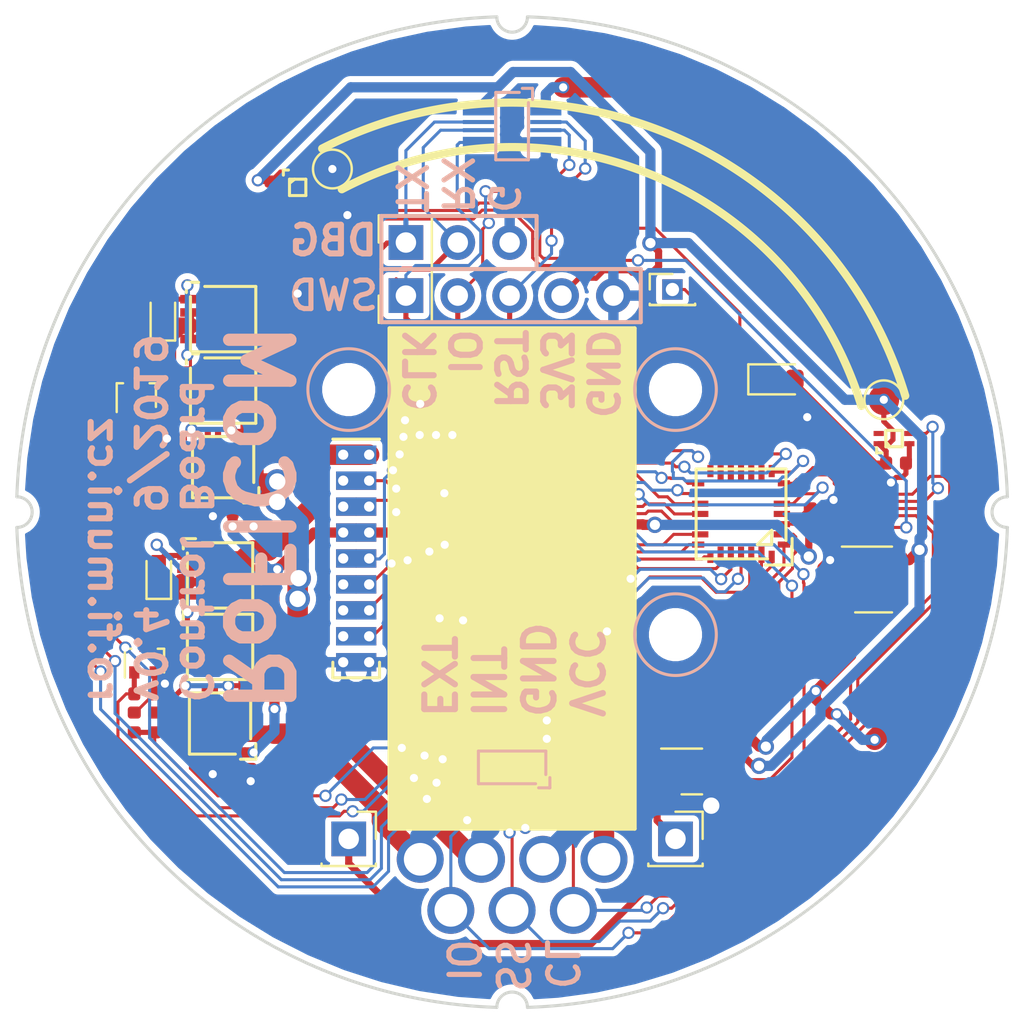
<source format=kicad_pcb>
(kicad_pcb (version 20171130) (host pcbnew 5.1.1-8be2ce7~80~ubuntu18.10.1)
  (layers (0 F.Cu signal) (31 B.Cu signal) (34 B.Paste user) (35 F.Paste user) (36 B.SilkS user) (37 F.SilkS user) (38 B.Mask user) (39 F.Mask user) (44 Edge.Cuts user))
  (net 0 "")
  (net 1 GND)
  (net 2 SENSE_B)
  (net 3 TX)
  (net 4 RX)
  (net 5 SENSE_A)
  (net 6 +3V3)
  (net 7 SCL)
  (net 8 SDA)
  (net 9 +48V)
  (net 10 VCC)
  (net 11 RST)
  (net 12 SPI_SCK)
  (net 13 SPI_SS)
  (net 14 SPI_MISO)
  (net 15 MOTOR)
  (net 16 MOTOR_PWM)
  (net 17 SWCLK)
  (net 18 SWDIO)
  (net 19 DBG_RX)
  (net 20 "Net-(J3-Pad1)")
  (net 21 "Net-(J2-Pad1)")
  (net 22 LIMIT_1)
  (net 23 LIMIT_2)
  (net 24 "Net-(Q2-Pad3)")
  (net 25 INT_SW)
  (net 26 INT_U)
  (net 27 INT_I)
  (net 28 EXT_U)
  (net 29 EXT_SW)
  (net 30 EXT_I)
  (net 31 "Net-(D2-Pad2)")
  (net 32 "Net-(D2-Pad1)")
  (net 33 "Net-(D3-Pad2)")
  (net 34 "Net-(D3-Pad1)")
  (net 35 "Net-(Q6-Pad3)")
  (net 36 "Net-(Q3-Pad3)")
  (net 37 "Net-(Q5-Pad3)")
  (net 38 EXT)
  (net 39 INT)
  (net 40 "Net-(D1-Pad1)")
  (net 41 IN_U)
  (net 42 DBG_TX)
  (net 43 POT_SENSE)
  (module Package_TO_SOT_SMD:SOT-23-5 (layer F.Cu) (at 157.7 93.3)
    (fp_text reference U4 hide)
    (fp_text value NCP718ASN330T1G)
    (pad 5 smd rect (at 1.1 -0.95) (size 1.06 0.65) (layers F.Cu F.Paste F.Mask) (net 6 +3V3))
    (pad 4 smd rect (at 1.1 0.95) (size 1.06 0.65) (layers F.Cu F.Paste F.Mask))
    (pad 3 smd rect (at -1.1 0.95) (size 1.06 0.65) (layers F.Cu F.Paste F.Mask) (net 10 VCC))
    (pad 2 smd rect (at -1.1 0) (size 1.06 0.65) (layers F.Cu F.Paste F.Mask) (net 1 GND))
    (pad 1 smd rect (at -1.1 -0.95) (size 1.06 0.65) (layers F.Cu F.Paste F.Mask) (net 1 GND))
  )
  (module Package_TO_SOT_SMD:SOT-416 (layer F.Cu) (at 122 97.2 90)
    (fp_text reference Q5 hide)
    (fp_text value SSM3K72CFS)
    (pad 3 smd rect (at 0.65 0 90) (size 0.6 0.5) (layers F.Cu F.Paste F.Mask) (net 37 "Net-(Q5-Pad3)"))
    (pad 2 smd rect (at -0.65 0.5 90) (size 0.6 0.5) (layers F.Cu F.Paste F.Mask) (net 1 GND))
    (pad 1 smd rect (at -0.65 -0.5 90) (size 0.6 0.5) (layers F.Cu F.Paste F.Mask) (net 29 EXT_SW))
  )
  (module Package_TO_SOT_SMD:SOT-416 (layer F.Cu) (at 121.6 84.2 90)
    (fp_text reference Q2 hide)
    (fp_text value SSM3K72CFS)
    (pad 3 smd rect (at 0.65 0 90) (size 0.6 0.5) (layers F.Cu F.Paste F.Mask) (net 24 "Net-(Q2-Pad3)"))
    (pad 2 smd rect (at -0.65 0.5 90) (size 0.6 0.5) (layers F.Cu F.Paste F.Mask) (net 1 GND))
    (pad 1 smd rect (at -0.65 -0.5 90) (size 0.6 0.5) (layers F.Cu F.Paste F.Mask) (net 25 INT_SW))
  )
  (module rofi:molex-505006-0812 (layer B.Cu) (at 140 102.5)
    (fp_text reference J9 hide)
    (fp_text value SYS_CON_2)
    (pad 6 smd rect (at -0.2 -1.65) (size 0.2 1.524) (layers B.Cu B.Paste B.Mask))
    (pad 5 smd rect (at -0.2 1.65) (size 0.2 1.524) (layers B.Cu B.Paste B.Mask) (net 13 SPI_SS))
    (pad 4 smd rect (at 0.2 -1.65) (size 0.2 1.524) (layers B.Cu B.Paste B.Mask) (net 12 SPI_SCK))
    (pad 3 smd rect (at 0.2 1.65) (size 0.2 1.524) (layers B.Cu B.Paste B.Mask) (net 14 SPI_MISO))
    (pad 8 smd rect (at -0.8 -1.65) (size 0.55 1.524) (layers B.Cu B.Paste B.Mask) (net 38 EXT))
    (pad 7 smd rect (at -0.8 1.65) (size 0.55 1.524) (layers B.Cu B.Paste B.Mask) (net 39 INT))
    (pad 2 smd rect (at 0.8 -1.65) (size 0.55 1.524) (layers B.Cu B.Paste B.Mask) (net 10 VCC))
    (pad 1 smd rect (at 0.8 1.65) (size 0.55 1.524) (layers B.Cu B.Paste B.Mask) (net 1 GND))
  )
  (module rofi:molex-505006-0812 (layer B.Cu) (at 140 71.1 90)
    (fp_text reference J8 hide)
    (fp_text value DBG)
    (pad 6 smd rect (at -0.2 -1.65 90) (size 0.2 1.524) (layers B.Cu B.Paste B.Mask) (net 19 DBG_RX))
    (pad 5 smd rect (at -0.2 1.65 90) (size 0.2 1.524) (layers B.Cu B.Paste B.Mask) (net 18 SWDIO))
    (pad 4 smd rect (at 0.2 -1.65 90) (size 0.2 1.524) (layers B.Cu B.Paste B.Mask) (net 42 DBG_TX))
    (pad 3 smd rect (at 0.2 1.65 90) (size 0.2 1.524) (layers B.Cu B.Paste B.Mask) (net 11 RST))
    (pad 8 smd rect (at -0.8 -1.65 90) (size 0.55 1.524) (layers B.Cu B.Paste B.Mask) (net 17 SWCLK))
    (pad 7 smd rect (at -0.8 1.65 90) (size 0.55 1.524) (layers B.Cu B.Paste B.Mask) (net 1 GND))
    (pad 2 smd rect (at 0.8 -1.65 90) (size 0.55 1.524) (layers B.Cu B.Paste B.Mask) (net 6 +3V3))
    (pad 1 smd rect (at 0.8 1.65 90) (size 0.55 1.524) (layers B.Cu B.Paste B.Mask) (net 10 VCC))
  )
  (module rofi:UFQFPN28 (layer F.Cu) (at 151.21 90.09 180)
    (fp_text reference U1 hide)
    (fp_text value STM32G071GBU6)
    (pad 28 smd rect (at -1.5 -2.1 90) (size 0.6 0.3) (layers F.Cu F.Paste F.Mask) (net 27 INT_I))
    (pad 27 smd rect (at -1 -2 90) (size 0.8 0.3) (layers F.Cu F.Paste F.Mask) (net 19 DBG_RX))
    (pad 26 smd rect (at -0.5 -2 90) (size 0.8 0.3) (layers F.Cu F.Paste F.Mask) (net 42 DBG_TX))
    (pad 25 smd rect (at 0 -2 90) (size 0.8 0.3) (layers F.Cu F.Paste F.Mask) (net 29 EXT_SW))
    (pad 24 smd rect (at 0.5 -2 90) (size 0.8 0.3) (layers F.Cu F.Paste F.Mask) (net 28 EXT_U))
    (pad 23 smd rect (at 1 -2 90) (size 0.8 0.3) (layers F.Cu F.Paste F.Mask) (net 30 EXT_I))
    (pad 22 smd rect (at 1.5 -2.1 90) (size 0.6 0.3) (layers F.Cu F.Paste F.Mask) (net 2 SENSE_B))
    (pad 21 smd rect (at 2.1 -1.5) (size 0.6 0.3) (layers F.Cu F.Paste F.Mask) (net 17 SWCLK))
    (pad 20 smd rect (at 2 -1) (size 0.8 0.3) (layers F.Cu F.Paste F.Mask) (net 18 SWDIO))
    (pad 19 smd rect (at 2 -0.5) (size 0.8 0.3) (layers F.Cu F.Paste F.Mask) (net 8 SDA))
    (pad 18 smd rect (at 2 0) (size 0.8 0.3) (layers F.Cu F.Paste F.Mask) (net 7 SCL))
    (pad 17 smd rect (at 2 0.5) (size 0.8 0.3) (layers F.Cu F.Paste F.Mask) (net 5 SENSE_A))
    (pad 16 smd rect (at 2 1) (size 0.8 0.3) (layers F.Cu F.Paste F.Mask) (net 16 MOTOR_PWM))
    (pad 15 smd rect (at 2.1 1.5) (size 0.6 0.3) (layers F.Cu F.Paste F.Mask) (net 15 MOTOR))
    (pad 14 smd rect (at 1.5 2.1 270) (size 0.6 0.3) (layers F.Cu F.Paste F.Mask) (net 43 POT_SENSE))
    (pad 13 smd rect (at 1 2 270) (size 0.8 0.3) (layers F.Cu F.Paste F.Mask) (net 22 LIMIT_1))
    (pad 12 smd rect (at 0.5 2 270) (size 0.8 0.3) (layers F.Cu F.Paste F.Mask) (net 14 SPI_MISO))
    (pad 11 smd rect (at 0 2 270) (size 0.8 0.3) (layers F.Cu F.Paste F.Mask) (net 23 LIMIT_2))
    (pad 10 smd rect (at -0.5 2 270) (size 0.8 0.3) (layers F.Cu F.Paste F.Mask) (net 13 SPI_SS))
    (pad 9 smd rect (at -1 2 270) (size 0.8 0.3) (layers F.Cu F.Paste F.Mask) (net 4 RX))
    (pad 8 smd rect (at -1.5 2.1 270) (size 0.6 0.3) (layers F.Cu F.Paste F.Mask) (net 3 TX))
    (pad 7 smd rect (at -2.1 1.5 180) (size 0.6 0.3) (layers F.Cu F.Paste F.Mask) (net 12 SPI_SCK))
    (pad 6 smd rect (at -2 1 180) (size 0.8 0.3) (layers F.Cu F.Paste F.Mask) (net 41 IN_U))
    (pad 5 smd rect (at -2 0.5 180) (size 0.8 0.3) (layers F.Cu F.Paste F.Mask) (net 11 RST))
    (pad 4 smd rect (at -2 0 180) (size 0.8 0.3) (layers F.Cu F.Paste F.Mask) (net 1 GND))
    (pad 3 smd rect (at -2 -0.5 180) (size 0.8 0.3) (layers F.Cu F.Paste F.Mask) (net 6 +3V3))
    (pad 2 smd rect (at -2 -1 180) (size 0.8 0.3) (layers F.Cu F.Paste F.Mask) (net 25 INT_SW))
    (pad 1 smd rect (at -2.1 -1.5 180) (size 0.6 0.3) (layers F.Cu F.Paste F.Mask) (net 26 INT_U))
  )
  (module Connector_PinHeader_2.54mm:PinHeader_1x05_P2.54mm_Vertical (layer F.Cu) (at 134.8 79.4 90)
    (fp_text reference J4 hide)
    (fp_text value SWD)
    (pad 5 thru_hole oval (at 0 10.16 90) (size 1.7 1.7) (drill 1) (layers *.Cu *.Mask) (net 1 GND))
    (pad 4 thru_hole oval (at 0 7.62 90) (size 1.7 1.7) (drill 1) (layers *.Cu *.Mask) (net 6 +3V3))
    (pad 3 thru_hole oval (at 0 5.08 90) (size 1.7 1.7) (drill 1) (layers *.Cu *.Mask) (net 11 RST))
    (pad 2 thru_hole oval (at 0 2.54 90) (size 1.7 1.7) (drill 1) (layers *.Cu *.Mask) (net 18 SWDIO))
    (pad 1 thru_hole rect (at 0 0 90) (size 1.7 1.7) (drill 1) (layers *.Cu *.Mask) (net 17 SWCLK))
  )
  (module Connector_PinSocket_2.54mm:PinSocket_1x03_P2.54mm_Vertical (layer F.Cu) (at 134.8 76.8 90)
    (fp_text reference J5 hide)
    (fp_text value DBG_UART)
    (pad 3 thru_hole oval (at 0 5.08 90) (size 1.7 1.7) (drill 1) (layers *.Cu *.Mask) (net 1 GND))
    (pad 2 thru_hole oval (at 0 2.54 90) (size 1.7 1.7) (drill 1) (layers *.Cu *.Mask) (net 19 DBG_RX))
    (pad 1 thru_hole rect (at 0 0 90) (size 1.7 1.7) (drill 1) (layers *.Cu *.Mask) (net 42 DBG_TX))
  )
  (module Capacitor_SMD:C_0402_1005Metric (layer F.Cu) (at 128.2 74.3 90)
    (fp_text reference C8 hide)
    (fp_text value 470n)
    (pad 2 smd roundrect (at 0.485 0 90) (size 0.59 0.64) (layers F.Cu F.Paste F.Mask) (net 6 +3V3))
    (pad 1 smd roundrect (at -0.485 0 90) (size 0.59 0.64) (layers F.Cu F.Paste F.Mask) (net 1 GND))
  )
  (module rofi:pogo_row_4_3 (layer F.Cu) (at 140 107)
    (fp_text reference J6 hide)
    (fp_text value SYS_CON)
    (pad 7 thru_hole circle (at 3 2.5) (size 2.3 2.3) (drill 1.6) (layers *.Cu *.Mask) (net 12 SPI_SCK))
    (pad 6 thru_hole circle (at 0 2.5) (size 2.3 2.3) (drill 1.6) (layers *.Cu *.Mask) (net 13 SPI_SS))
    (pad 5 thru_hole circle (at -3 2.5) (size 2.3 2.3) (drill 1.6) (layers *.Cu *.Mask) (net 14 SPI_MISO))
    (pad 4 thru_hole circle (at 4.5 0) (size 2.3 2.3) (drill 1.6) (layers *.Cu *.Mask) (net 10 VCC))
    (pad 3 thru_hole circle (at 1.5 0) (size 2.3 2.3) (drill 1.6) (layers *.Cu *.Mask) (net 1 GND))
    (pad 2 thru_hole circle (at -1.5 0) (size 2.3 2.3) (drill 1.6) (layers *.Cu *.Mask) (net 39 INT))
    (pad 1 thru_hole circle (at -4.5 0) (size 2.3 2.3) (drill 1.6) (layers *.Cu *.Mask) (net 38 EXT))
  )
  (module Connector_PinHeader_1.27mm:PinHeader_1x01_P1.27mm_Vertical (layer F.Cu) (at 147.85 79.1)
    (fp_text reference J7 hide)
    (fp_text value SLIDER)
    (pad 1 thru_hole rect (at 0 0) (size 1 1) (drill 0.65) (layers *.Cu *.Mask) (net 43 POT_SENSE))
  )
  (module TestPoint:TestPoint_Pad_D1.5mm (layer F.Cu) (at 158.2 84.5)
    (fp_text reference TP1 hide)
    (fp_text value TestPoint)
    (pad 1 smd circle (at 0 0) (size 1.5 1.5) (layers F.Cu F.Mask) (net 6 +3V3))
  )
  (module TestPoint:TestPoint_Pad_D1.5mm (layer F.Cu) (at 131.2 73.2)
    (fp_text reference TP2 hide)
    (fp_text value TestPoint)
    (pad 1 smd circle (at 0 0) (size 1.5 1.5) (layers F.Cu F.Mask) (net 1 GND))
  )
  (module LED_SMD:LED_0603_1608Metric (layer F.Cu) (at 153.05 83.5)
    (fp_text reference D1 hide)
    (fp_text value LED)
    (pad 2 smd roundrect (at 0.7875 0) (size 0.875 0.95) (layers F.Cu F.Paste F.Mask) (net 6 +3V3))
    (pad 1 smd roundrect (at -0.7875 0) (size 0.875 0.95) (layers F.Cu F.Paste F.Mask) (net 40 "Net-(D1-Pad1)"))
  )
  (module MountingHole:MountingHole_2mm (layer F.Cu) (at 148 96)
    (fp_text reference H2 hide)
    (fp_text value "Motor Clamp")
    (pad "" np_thru_hole circle (at 0 0) (size 2 2) (drill 2) (layers *.Cu *.Mask))
  )
  (module MountingHole:MountingHole_2mm (layer F.Cu) (at 148 84)
    (fp_text reference H3 hide)
    (fp_text value "Motor Clamp")
    (pad "" np_thru_hole circle (at 0 0) (size 2 2) (drill 2) (layers *.Cu *.Mask))
  )
  (module MountingHole:MountingHole_2mm (layer F.Cu) (at 132 84)
    (fp_text reference H1 hide)
    (fp_text value "Motor Clamp")
    (pad "" np_thru_hole circle (at 0 0) (size 2 2) (drill 2) (layers *.Cu *.Mask))
  )
  (module Resistor_SMD:R_0402_1005Metric (layer F.Cu) (at 130.85 79.25 180)
    (fp_text reference R13 hide)
    (fp_text value 6k8)
    (pad 2 smd roundrect (at 0.485 0 180) (size 0.59 0.64) (layers F.Cu F.Paste F.Mask) (net 1 GND))
    (pad 1 smd roundrect (at -0.485 0 180) (size 0.59 0.64) (layers F.Cu F.Paste F.Mask) (net 41 IN_U))
  )
  (module Resistor_SMD:R_0402_1005Metric (layer F.Cu) (at 130.85 80.3)
    (fp_text reference R12 hide)
    (fp_text value 100k)
    (pad 2 smd roundrect (at 0.485 0) (size 0.59 0.64) (layers F.Cu F.Paste F.Mask) (net 41 IN_U))
    (pad 1 smd roundrect (at -0.485 0) (size 0.59 0.64) (layers F.Cu F.Paste F.Mask) (net 9 +48V))
  )
  (module Capacitor_SMD:C_0402_1005Metric (layer F.Cu) (at 126.7 102.6 180)
    (fp_text reference C7 hide)
    (fp_text value 470n)
    (pad 2 smd roundrect (at 0.485 0 180) (size 0.59 0.64) (layers F.Cu F.Paste F.Mask) (net 6 +3V3))
    (pad 1 smd roundrect (at -0.485 0 180) (size 0.59 0.64) (layers F.Cu F.Paste F.Mask) (net 1 GND))
  )
  (module Capacitor_SMD:C_0402_1005Metric (layer F.Cu) (at 126.8 90.05 180)
    (fp_text reference C6 hide)
    (fp_text value 470n)
    (pad 2 smd roundrect (at 0.485 0 180) (size 0.59 0.64) (layers F.Cu F.Paste F.Mask) (net 6 +3V3))
    (pad 1 smd roundrect (at -0.485 0 180) (size 0.59 0.64) (layers F.Cu F.Paste F.Mask) (net 1 GND))
  )
  (module Diode_SMD:D_SOD-523 (layer F.Cu) (at 122.7 93.1 90)
    (fp_text reference D3 hide)
    (fp_text value "15V BZT52C15T-7")
    (pad 1 smd rect (at -0.7 0 270) (size 0.6 0.7) (layers F.Cu F.Paste F.Mask) (net 34 "Net-(D3-Pad1)"))
    (pad 2 smd rect (at 0.7 0 270) (size 0.6 0.7) (layers F.Cu F.Paste F.Mask) (net 33 "Net-(D3-Pad2)"))
  )
  (module Resistor_SMD:R_0402_1005Metric (layer F.Cu) (at 121.7 82.4)
    (fp_text reference R6 hide)
    (fp_text value 100k)
    (pad 2 smd roundrect (at 0.485 0) (size 0.59 0.64) (layers F.Cu F.Paste F.Mask) (net 24 "Net-(Q2-Pad3)"))
    (pad 1 smd roundrect (at -0.485 0) (size 0.59 0.64) (layers F.Cu F.Paste F.Mask) (net 31 "Net-(D2-Pad2)"))
  )
  (module Resistor_SMD:R_0402_1005Metric (layer F.Cu) (at 121.45 95 270)
    (fp_text reference R11 hide)
    (fp_text value 100k)
    (pad 2 smd roundrect (at 0.485 0 270) (size 0.59 0.64) (layers F.Cu F.Paste F.Mask) (net 37 "Net-(Q5-Pad3)"))
    (pad 1 smd roundrect (at -0.485 0 270) (size 0.59 0.64) (layers F.Cu F.Paste F.Mask) (net 33 "Net-(D3-Pad2)"))
  )
  (module Resistor_SMD:R_0402_1005Metric (layer F.Cu) (at 121.985 98.9 180)
    (fp_text reference R10 hide)
    (fp_text value 100k)
    (pad 2 smd roundrect (at 0.485 0 180) (size 0.59 0.64) (layers F.Cu F.Paste F.Mask) (net 29 EXT_SW))
    (pad 1 smd roundrect (at -0.485 0 180) (size 0.59 0.64) (layers F.Cu F.Paste F.Mask) (net 1 GND))
  )
  (module Resistor_SMD:R_0402_1005Metric (layer F.Cu) (at 121.45 93.1 90)
    (fp_text reference R9 hide)
    (fp_text value 100k)
    (pad 2 smd roundrect (at 0.485 0 90) (size 0.59 0.64) (layers F.Cu F.Paste F.Mask) (net 33 "Net-(D3-Pad2)"))
    (pad 1 smd roundrect (at -0.485 0 90) (size 0.59 0.64) (layers F.Cu F.Paste F.Mask) (net 34 "Net-(D3-Pad1)"))
  )
  (module Resistor_SMD:R_0402_1005Metric (layer F.Cu) (at 122.5 100.3 90)
    (fp_text reference R8 hide)
    (fp_text value 100k)
    (pad 2 smd roundrect (at 0.485 0 90) (size 0.59 0.64) (layers F.Cu F.Paste F.Mask) (net 35 "Net-(Q6-Pad3)"))
    (pad 1 smd roundrect (at -0.485 0 90) (size 0.59 0.64) (layers F.Cu F.Paste F.Mask) (net 28 EXT_U))
  )
  (module Resistor_SMD:R_0402_1005Metric (layer F.Cu) (at 121.5 100.3 270)
    (fp_text reference R7 hide)
    (fp_text value 6k8)
    (pad 2 smd roundrect (at 0.485 0 270) (size 0.59 0.64) (layers F.Cu F.Paste F.Mask) (net 28 EXT_U))
    (pad 1 smd roundrect (at -0.485 0 270) (size 0.59 0.64) (layers F.Cu F.Paste F.Mask) (net 1 GND))
  )
  (module Resistor_SMD:R_0402_1005Metric (layer F.Cu) (at 122.115 85.9 180)
    (fp_text reference R5 hide)
    (fp_text value 100k)
    (pad 2 smd roundrect (at 0.485 0 180) (size 0.59 0.64) (layers F.Cu F.Paste F.Mask) (net 25 INT_SW))
    (pad 1 smd roundrect (at -0.485 0 180) (size 0.59 0.64) (layers F.Cu F.Paste F.Mask) (net 1 GND))
  )
  (module Resistor_SMD:R_0402_1005Metric (layer F.Cu) (at 153.065 85)
    (fp_text reference R1 hide)
    (fp_text value 220R)
    (pad 2 smd roundrect (at 0.485 0) (size 0.59 0.64) (layers F.Cu F.Paste F.Mask) (net 1 GND))
    (pad 1 smd roundrect (at -0.485 0) (size 0.59 0.64) (layers F.Cu F.Paste F.Mask) (net 40 "Net-(D1-Pad1)"))
  )
  (module Resistor_SMD:R_0402_1005Metric (layer F.Cu) (at 121.6 87.7 270)
    (fp_text reference R2 hide)
    (fp_text value 6k8)
    (pad 2 smd roundrect (at 0.485 0 270) (size 0.59 0.64) (layers F.Cu F.Paste F.Mask) (net 26 INT_U))
    (pad 1 smd roundrect (at -0.485 0 270) (size 0.59 0.64) (layers F.Cu F.Paste F.Mask) (net 1 GND))
  )
  (module Resistor_SMD:R_0402_1005Metric (layer F.Cu) (at 122.6 87.75 90)
    (fp_text reference R3 hide)
    (fp_text value 100k)
    (pad 2 smd roundrect (at 0.485 0 90) (size 0.59 0.64) (layers F.Cu F.Paste F.Mask) (net 36 "Net-(Q3-Pad3)"))
    (pad 1 smd roundrect (at -0.485 0 90) (size 0.59 0.64) (layers F.Cu F.Paste F.Mask) (net 26 INT_U))
  )
  (module Resistor_SMD:R_0402_1005Metric (layer F.Cu) (at 121.7 80.5 90)
    (fp_text reference R4 hide)
    (fp_text value 100k)
    (pad 2 smd roundrect (at 0.485 0 90) (size 0.59 0.64) (layers F.Cu F.Paste F.Mask) (net 31 "Net-(D2-Pad2)"))
    (pad 1 smd roundrect (at -0.485 0 90) (size 0.59 0.64) (layers F.Cu F.Paste F.Mask) (net 32 "Net-(D2-Pad1)"))
  )
  (module rofi:ACS70331 (layer F.Cu) (at 125.85 87.8 180)
    (fp_text reference U6 hide)
    (fp_text value ACS70331)
    (pad 1 smd rect (at -1.35 -0.5 180) (size 1.27 0.8) (layers F.Cu F.Paste F.Mask) (net 39 INT))
    (pad 3 smd rect (at -1.35 0.5 180) (size 1.27 0.8) (layers F.Cu F.Paste F.Mask) (net 36 "Net-(Q3-Pad3)"))
    (pad 5 smd rect (at 0.25 1.45 180) (size 0.3 0.85) (layers F.Cu F.Paste F.Mask) (net 1 GND))
    (pad 6 smd rect (at 0.75 1.45 180) (size 0.3 0.85) (layers F.Cu F.Paste F.Mask) (net 1 GND))
    (pad 7 smd rect (at 1.45 0.75 270) (size 0.3 0.85) (layers F.Cu F.Paste F.Mask) (net 1 GND))
    (pad 8 smd rect (at 1.45 0.25 270) (size 0.3 0.85) (layers F.Cu F.Paste F.Mask) (net 1 GND))
    (pad 9 smd rect (at 1.45 -0.25 270) (size 0.3 0.85) (layers F.Cu F.Paste F.Mask) (net 1 GND))
    (pad 10 smd rect (at 1.45 -0.75 270) (size 0.3 0.85) (layers F.Cu F.Paste F.Mask) (net 27 INT_I))
    (pad 11 smd rect (at 0.75 -1.45 180) (size 0.3 0.85) (layers F.Cu F.Paste F.Mask) (net 1 GND))
    (pad 12 smd rect (at 0.25 -1.45 180) (size 0.3 0.85) (layers F.Cu F.Paste F.Mask) (net 6 +3V3))
  )
  (module rofi:ACS70331 (layer F.Cu) (at 125.7 100.35 180)
    (fp_text reference U7 hide)
    (fp_text value ACS70331)
    (pad 1 smd rect (at -1.35 -0.5 180) (size 1.27 0.8) (layers F.Cu F.Paste F.Mask) (net 38 EXT))
    (pad 3 smd rect (at -1.35 0.5 180) (size 1.27 0.8) (layers F.Cu F.Paste F.Mask) (net 35 "Net-(Q6-Pad3)"))
    (pad 5 smd rect (at 0.25 1.45 180) (size 0.3 0.85) (layers F.Cu F.Paste F.Mask) (net 1 GND))
    (pad 6 smd rect (at 0.75 1.45 180) (size 0.3 0.85) (layers F.Cu F.Paste F.Mask) (net 1 GND))
    (pad 7 smd rect (at 1.45 0.75 270) (size 0.3 0.85) (layers F.Cu F.Paste F.Mask) (net 1 GND))
    (pad 8 smd rect (at 1.45 0.25 270) (size 0.3 0.85) (layers F.Cu F.Paste F.Mask) (net 1 GND))
    (pad 9 smd rect (at 1.45 -0.25 270) (size 0.3 0.85) (layers F.Cu F.Paste F.Mask) (net 1 GND))
    (pad 10 smd rect (at 1.45 -0.75 270) (size 0.3 0.85) (layers F.Cu F.Paste F.Mask) (net 30 EXT_I))
    (pad 11 smd rect (at 0.75 -1.45 180) (size 0.3 0.85) (layers F.Cu F.Paste F.Mask) (net 1 GND))
    (pad 12 smd rect (at 0.25 -1.45 180) (size 0.3 0.85) (layers F.Cu F.Paste F.Mask) (net 6 +3V3))
  )
  (module rofi:POWERDI_3333-8 (layer F.Cu) (at 125.85 84.05 270)
    (fp_text reference Q3 hide)
    (fp_text value DMP6050SFG)
    (pad 3 smd rect (at 0 -0.2 270) (size 2.37 2) (layers F.Cu F.Paste F.Mask) (net 36 "Net-(Q3-Pad3)"))
    (pad 3 smd rect (at -0.975 -1.5 270) (size 0.42 1.2) (layers F.Cu F.Paste F.Mask) (net 36 "Net-(Q3-Pad3)"))
    (pad 3 smd rect (at -0.325 -1.5 270) (size 0.42 1.2) (layers F.Cu F.Paste F.Mask) (net 36 "Net-(Q3-Pad3)"))
    (pad 3 smd rect (at 0.325 -1.5 270) (size 0.42 1.2) (layers F.Cu F.Paste F.Mask) (net 36 "Net-(Q3-Pad3)"))
    (pad 3 smd rect (at 0.975 -1.5 270) (size 0.42 1.2) (layers F.Cu F.Paste F.Mask) (net 36 "Net-(Q3-Pad3)"))
    (pad 2 smd rect (at 0.975 1.6 270) (size 0.42 1) (layers F.Cu F.Paste F.Mask) (net 32 "Net-(D2-Pad1)"))
    (pad 2 smd rect (at 0.325 1.6 270) (size 0.42 1) (layers F.Cu F.Paste F.Mask) (net 32 "Net-(D2-Pad1)"))
    (pad 2 smd rect (at -0.325 1.6 270) (size 0.42 1) (layers F.Cu F.Paste F.Mask) (net 32 "Net-(D2-Pad1)"))
    (pad 1 smd rect (at -0.975 1.6 270) (size 0.42 1) (layers F.Cu F.Paste F.Mask) (net 31 "Net-(D2-Pad2)"))
  )
  (module rofi:POWERDI_3333-8 (layer F.Cu) (at 125.7 93.1 270)
    (fp_text reference Q4 hide)
    (fp_text value DMP6050SFG)
    (pad 3 smd rect (at 0 -0.2 270) (size 2.37 2) (layers F.Cu F.Paste F.Mask) (net 9 +48V))
    (pad 3 smd rect (at -0.975 -1.5 270) (size 0.42 1.2) (layers F.Cu F.Paste F.Mask) (net 9 +48V))
    (pad 3 smd rect (at -0.325 -1.5 270) (size 0.42 1.2) (layers F.Cu F.Paste F.Mask) (net 9 +48V))
    (pad 3 smd rect (at 0.325 -1.5 270) (size 0.42 1.2) (layers F.Cu F.Paste F.Mask) (net 9 +48V))
    (pad 3 smd rect (at 0.975 -1.5 270) (size 0.42 1.2) (layers F.Cu F.Paste F.Mask) (net 9 +48V))
    (pad 2 smd rect (at 0.975 1.6 270) (size 0.42 1) (layers F.Cu F.Paste F.Mask) (net 34 "Net-(D3-Pad1)"))
    (pad 2 smd rect (at 0.325 1.6 270) (size 0.42 1) (layers F.Cu F.Paste F.Mask) (net 34 "Net-(D3-Pad1)"))
    (pad 2 smd rect (at -0.325 1.6 270) (size 0.42 1) (layers F.Cu F.Paste F.Mask) (net 34 "Net-(D3-Pad1)"))
    (pad 1 smd rect (at -0.975 1.6 270) (size 0.42 1) (layers F.Cu F.Paste F.Mask) (net 33 "Net-(D3-Pad2)"))
  )
  (module rofi:POWERDI_3333-8 (layer F.Cu) (at 125.7 96.6 270)
    (fp_text reference Q6 hide)
    (fp_text value DMP6050SFG)
    (pad 3 smd rect (at 0 -0.2 270) (size 2.37 2) (layers F.Cu F.Paste F.Mask) (net 35 "Net-(Q6-Pad3)"))
    (pad 3 smd rect (at -0.975 -1.5 270) (size 0.42 1.2) (layers F.Cu F.Paste F.Mask) (net 35 "Net-(Q6-Pad3)"))
    (pad 3 smd rect (at -0.325 -1.5 270) (size 0.42 1.2) (layers F.Cu F.Paste F.Mask) (net 35 "Net-(Q6-Pad3)"))
    (pad 3 smd rect (at 0.325 -1.5 270) (size 0.42 1.2) (layers F.Cu F.Paste F.Mask) (net 35 "Net-(Q6-Pad3)"))
    (pad 3 smd rect (at 0.975 -1.5 270) (size 0.42 1.2) (layers F.Cu F.Paste F.Mask) (net 35 "Net-(Q6-Pad3)"))
    (pad 2 smd rect (at 0.975 1.6 270) (size 0.42 1) (layers F.Cu F.Paste F.Mask) (net 34 "Net-(D3-Pad1)"))
    (pad 2 smd rect (at 0.325 1.6 270) (size 0.42 1) (layers F.Cu F.Paste F.Mask) (net 34 "Net-(D3-Pad1)"))
    (pad 2 smd rect (at -0.325 1.6 270) (size 0.42 1) (layers F.Cu F.Paste F.Mask) (net 34 "Net-(D3-Pad1)"))
    (pad 1 smd rect (at -0.975 1.6 270) (size 0.42 1) (layers F.Cu F.Paste F.Mask) (net 33 "Net-(D3-Pad2)"))
  )
  (module Diode_SMD:D_SOD-523 (layer F.Cu) (at 122.9 80.45 90)
    (fp_text reference D2 hide)
    (fp_text value "15V BZT52C15T-7")
    (pad 1 smd rect (at -0.7 0 270) (size 0.6 0.7) (layers F.Cu F.Paste F.Mask) (net 32 "Net-(D2-Pad1)"))
    (pad 2 smd rect (at 0.7 0 270) (size 0.6 0.7) (layers F.Cu F.Paste F.Mask) (net 31 "Net-(D2-Pad2)"))
  )
  (module rofi:POWERDI_3333-8 (layer F.Cu) (at 125.85 80.55 270)
    (fp_text reference Q1 hide)
    (fp_text value DMP6050SFG)
    (pad 3 smd rect (at 0 -0.2 270) (size 2.37 2) (layers F.Cu F.Paste F.Mask) (net 9 +48V))
    (pad 3 smd rect (at -0.975 -1.5 270) (size 0.42 1.2) (layers F.Cu F.Paste F.Mask) (net 9 +48V))
    (pad 3 smd rect (at -0.325 -1.5 270) (size 0.42 1.2) (layers F.Cu F.Paste F.Mask) (net 9 +48V))
    (pad 3 smd rect (at 0.325 -1.5 270) (size 0.42 1.2) (layers F.Cu F.Paste F.Mask) (net 9 +48V))
    (pad 3 smd rect (at 0.975 -1.5 270) (size 0.42 1.2) (layers F.Cu F.Paste F.Mask) (net 9 +48V))
    (pad 2 smd rect (at 0.975 1.6 270) (size 0.42 1) (layers F.Cu F.Paste F.Mask) (net 32 "Net-(D2-Pad1)"))
    (pad 2 smd rect (at 0.325 1.6 270) (size 0.42 1) (layers F.Cu F.Paste F.Mask) (net 32 "Net-(D2-Pad1)"))
    (pad 2 smd rect (at -0.325 1.6 270) (size 0.42 1) (layers F.Cu F.Paste F.Mask) (net 32 "Net-(D2-Pad1)"))
    (pad 1 smd rect (at -0.975 1.6 270) (size 0.42 1) (layers F.Cu F.Paste F.Mask) (net 31 "Net-(D2-Pad2)"))
  )
  (module rofi:VSON04Z1114A (layer F.Cu) (at 129.5 74.1)
    (fp_text reference U5 hide)
    (fp_text value BU52272NUZ)
    (pad 4 smd rect (at 0.25 -0.75) (size 0.25 0.5) (layers F.Cu F.Paste F.Mask))
    (pad 3 smd rect (at 0.25 0.75) (size 0.25 0.5) (layers F.Cu F.Paste F.Mask) (net 22 LIMIT_1))
    (pad 2 smd rect (at -0.25 0.75) (size 0.25 0.5) (layers F.Cu F.Paste F.Mask) (net 1 GND))
    (pad 1 smd rect (at -0.25 -0.75) (size 0.25 0.5) (layers F.Cu F.Paste F.Mask) (net 6 +3V3))
  )
  (module Capacitor_SMD:C_0402_1005Metric (layer F.Cu) (at 149.8 100.9)
    (fp_text reference C5 hide)
    (fp_text value 470n)
    (pad 2 smd roundrect (at 0.485 0) (size 0.59 0.64) (layers F.Cu F.Paste F.Mask) (net 6 +3V3))
    (pad 1 smd roundrect (at -0.485 0) (size 0.59 0.64) (layers F.Cu F.Paste F.Mask) (net 1 GND))
  )
  (module Capacitor_SMD:C_0402_1005Metric (layer F.Cu) (at 147.8 100.9 180)
    (fp_text reference C4 hide)
    (fp_text value 470n)
    (pad 2 smd roundrect (at 0.485 0 180) (size 0.59 0.64) (layers F.Cu F.Paste F.Mask) (net 10 VCC))
    (pad 1 smd roundrect (at -0.485 0 180) (size 0.59 0.64) (layers F.Cu F.Paste F.Mask) (net 1 GND))
  )
  (module Capacitor_SMD:C_0402_1005Metric (layer F.Cu) (at 154.6 90.3 90)
    (fp_text reference C3 hide)
    (fp_text value 470n)
    (pad 2 smd roundrect (at 0.485 0 90) (size 0.59 0.64) (layers F.Cu F.Paste F.Mask) (net 1 GND))
    (pad 1 smd roundrect (at -0.485 0 90) (size 0.59 0.64) (layers F.Cu F.Paste F.Mask) (net 6 +3V3))
  )
  (module Capacitor_SMD:C_0402_1005Metric (layer F.Cu) (at 158.8 87.6 180)
    (fp_text reference C2 hide)
    (fp_text value 470n)
    (pad 2 smd roundrect (at 0.485 0 180) (size 0.59 0.64) (layers F.Cu F.Paste F.Mask) (net 6 +3V3))
    (pad 1 smd roundrect (at -0.485 0 180) (size 0.59 0.64) (layers F.Cu F.Paste F.Mask) (net 1 GND))
  )
  (module Capacitor_SMD:C_0402_1005Metric (layer F.Cu) (at 155.2 93.8 90)
    (fp_text reference C1 hide)
    (fp_text value 470n)
    (pad 2 smd roundrect (at 0.485 0 90) (size 0.59 0.64) (layers F.Cu F.Paste F.Mask) (net 1 GND))
    (pad 1 smd roundrect (at -0.485 0 90) (size 0.59 0.64) (layers F.Cu F.Paste F.Mask) (net 10 VCC))
  )
  (module Connector_PinSocket_2.54mm:PinSocket_1x01_P2.54mm_Vertical (layer F.Cu) (at 148 106)
    (fp_text reference J3 hide)
    (fp_text value M-)
    (pad 1 thru_hole rect (at 0 0) (size 1.7 1.7) (drill 1) (layers *.Cu *.Mask) (net 20 "Net-(J3-Pad1)"))
  )
  (module Connector_PinSocket_2.54mm:PinSocket_1x01_P2.54mm_Vertical (layer F.Cu) (at 132 106)
    (fp_text reference J2 hide)
    (fp_text value M+)
    (pad 1 thru_hole rect (at 0 0) (size 1.7 1.7) (drill 1) (layers *.Cu *.Mask) (net 21 "Net-(J2-Pad1)"))
  )
  (module rofi:flat_cable_9 (layer F.Cu) (at 133 97.35 90)
    (fp_text reference J1 hide)
    (fp_text value "Skirt Cable")
    (pad 9 thru_hole rect (at 10.16 -1.27 90) (size 0.9 1) (drill 0.5 (offset 0 0.15)) (layers *.Cu *.Mask) (net 9 +48V))
    (pad 8 thru_hole rect (at 8.89 -1.27 90) (size 0.9 1) (drill 0.5 (offset 0 0.15)) (layers *.Cu *.Mask) (net 8 SDA))
    (pad 7 thru_hole rect (at 7.62 -1.27 90) (size 0.9 1) (drill 0.5 (offset 0 0.15)) (layers *.Cu *.Mask) (net 7 SCL))
    (pad 6 thru_hole rect (at 6.35 -1.27 90) (size 0.9 1) (drill 0.5 (offset 0 0.15)) (layers *.Cu *.Mask) (net 6 +3V3))
    (pad 5 thru_hole rect (at 5.08 -1.27 90) (size 0.9 1) (drill 0.5 (offset 0 0.15)) (layers *.Cu *.Mask) (net 5 SENSE_A))
    (pad 4 thru_hole rect (at 3.81 -1.27 90) (size 0.9 1) (drill 0.5 (offset 0 0.15)) (layers *.Cu *.Mask) (net 4 RX))
    (pad 3 thru_hole rect (at 2.54 -1.27 90) (size 0.9 1) (drill 0.5 (offset 0 0.15)) (layers *.Cu *.Mask) (net 3 TX))
    (pad 2 thru_hole rect (at 1.27 -1.27 90) (size 0.9 1) (drill 0.5 (offset 0 0.15)) (layers *.Cu *.Mask) (net 2 SENSE_B))
    (pad 1 thru_hole rect (at 0 -1.27 90) (size 0.9 1) (drill 0.5 (offset 0 0.15)) (layers *.Cu *.Mask) (net 1 GND))
    (pad 9 thru_hole rect (at 10.16 0 270) (size 0.9 1) (drill 0.5 (offset 0 0.15)) (layers *.Cu *.Mask) (net 9 +48V))
    (pad 8 thru_hole rect (at 8.89 0 270) (size 0.9 1) (drill 0.5 (offset 0 0.15)) (layers *.Cu *.Mask) (net 8 SDA))
    (pad 7 thru_hole rect (at 7.62 0 270) (size 0.9 1) (drill 0.5 (offset 0 0.15)) (layers *.Cu *.Mask) (net 7 SCL))
    (pad 6 thru_hole rect (at 6.35 0 270) (size 0.9 1) (drill 0.5 (offset 0 0.15)) (layers *.Cu *.Mask) (net 6 +3V3))
    (pad 5 thru_hole rect (at 5.08 0 270) (size 0.9 1) (drill 0.5 (offset 0 0.15)) (layers *.Cu *.Mask) (net 5 SENSE_A))
    (pad 4 thru_hole rect (at 3.81 0 270) (size 0.9 1) (drill 0.5 (offset 0 0.15)) (layers *.Cu *.Mask) (net 4 RX))
    (pad 3 thru_hole rect (at 2.54 0 270) (size 0.9 1) (drill 0.5 (offset 0 0.15)) (layers *.Cu *.Mask) (net 3 TX))
    (pad 2 thru_hole rect (at 1.27 0 270) (size 0.9 1) (drill 0.5 (offset 0 0.15)) (layers *.Cu *.Mask) (net 2 SENSE_B))
    (pad 1 thru_hole rect (at 0 0 270) (size 0.9 1) (drill 0.5 (offset 0 0.15)) (layers *.Cu *.Mask) (net 1 GND))
  )
  (module rofi:VSON04Z1114A (layer F.Cu) (at 158.7 86.4 90)
    (fp_text reference U3 hide)
    (fp_text value BU52272NUZ)
    (pad 4 smd rect (at 0.25 -0.75 90) (size 0.25 0.5) (layers F.Cu F.Paste F.Mask))
    (pad 3 smd rect (at 0.25 0.75 90) (size 0.25 0.5) (layers F.Cu F.Paste F.Mask) (net 23 LIMIT_2))
    (pad 2 smd rect (at -0.25 0.75 90) (size 0.25 0.5) (layers F.Cu F.Paste F.Mask) (net 1 GND))
    (pad 1 smd rect (at -0.25 -0.75 90) (size 0.25 0.5) (layers F.Cu F.Paste F.Mask) (net 6 +3V3))
  )
  (module Package_SON:WSON-8-1EP_2x2mm_P0.5mm_EP0.9x1.6mm (layer F.Cu) (at 148.8 102.7)
    (fp_text reference U2 hide)
    (fp_text value DRV8837C)
    (pad 6 smd rect (at 0.95 0.25) (size 0.5 0.25) (layers F.Cu F.Paste F.Mask) (net 15 MOTOR))
    (pad 5 smd rect (at 0.95 0.75) (size 0.5 0.25) (layers F.Cu F.Paste F.Mask) (net 16 MOTOR_PWM))
    (pad 4 smd rect (at -0.95 0.75) (size 0.5 0.25) (layers F.Cu F.Paste F.Mask) (net 1 GND))
    (pad 2 smd rect (at -0.95 -0.25) (size 0.5 0.25) (layers F.Cu F.Paste F.Mask) (net 21 "Net-(J2-Pad1)"))
    (pad 1 smd rect (at -0.95 -0.75) (size 0.5 0.25) (layers F.Cu F.Paste F.Mask) (net 10 VCC))
    (pad 9 smd rect (at 0 0) (size 0.9 1.6) (layers F.Cu F.Mask) (net 1 GND))
    (pad 8 smd rect (at 0.95 -0.75) (size 0.5 0.25) (layers F.Cu F.Paste F.Mask) (net 6 +3V3))
    (pad 7 smd rect (at 0.95 -0.25) (size 0.5 0.25) (layers F.Cu F.Paste F.Mask) (net 6 +3V3))
    (pad 3 smd rect (at -0.95 0.25) (size 0.5 0.25) (layers F.Cu F.Paste F.Mask) (net 20 "Net-(J3-Pad1)"))
  )
  (gr_poly (pts (xy 146 105.5) (xy 146 81) (xy 134 81) (xy 134 105.5)) (layer F.SilkS) (width 0.1))
  (gr_poly (pts (xy 146 105.5) (xy 146 81) (xy 134 81) (xy 134 105.5)) (layer F.SilkS) (width 0.1))
  (gr_arc (start 140 90) (end 157.099999 84.800001) (angle -100.9) (layer F.SilkS) (width 0.4))
  (gr_arc (start 139.95 90.102784) (end 159.249999 84.302785) (angle -100.6) (layer F.SilkS) (width 0.4))
  (gr_arc (start 164.25 90) (end 164.25 89.25) (angle -180) (layer Edge.Cuts) (width 0.15))
  (gr_arc (start 140 90) (end 115.750001 90.749999) (angle -86.45706052) (layer Edge.Cuts) (width 0.15))
  (gr_arc (start 140 90) (end 139.250001 65.750001) (angle -86.45706052) (layer Edge.Cuts) (width 0.15))
  (gr_arc (start 140 90) (end 140.749999 114.249999) (angle -86.45706052) (layer Edge.Cuts) (width 0.15))
  (gr_arc (start 140 114.25) (end 140.75 114.25) (angle -180) (layer Edge.Cuts) (width 0.15))
  (gr_arc (start 115.75 90) (end 115.75 90.75) (angle -180) (layer Edge.Cuts) (width 0.15))
  (gr_arc (start 140 90) (end 164.249999 89.250001) (angle -86.45706037) (layer Edge.Cuts) (width 0.15))
  (gr_arc (start 140.000001 65.750001) (end 139.25 65.75) (angle -180.0001528) (layer Edge.Cuts) (width 0.15))
  (gr_circle (center 148 96) (end 150 96) (layer B.SilkS) (width 0.15))
  (gr_circle (center 148 84) (end 150 84) (layer B.SilkS) (width 0.15))
  (gr_circle (center 132 84) (end 134 84) (layer B.SilkS) (width 0.15))
  (gr_text "Control Board\nv0.4    9/2019\nro.fi.muni.cz" (at 122.25 99.5 270) (layer B.SilkS) (effects (font (size 1.4 1.5) (thickness 0.3)) (justify left mirror)))
  (gr_text RoFICoM (at 127.5 100.1 270) (layer B.SilkS) (effects (font (size 3 3) (thickness 0.6)) (justify left mirror)))
  (gr_line (start 141.2 75.5) (end 141.2 78.1) (layer B.SilkS) (width 0.2))
  (gr_line (start 133.6 75.5) (end 141.2 75.5) (layer B.SilkS) (width 0.2))
  (gr_line (start 133.6 78.1) (end 133.6 75.5) (layer B.SilkS) (width 0.2))
  (gr_line (start 146.3 80.7) (end 146.3 78.1) (layer B.SilkS) (width 0.2))
  (gr_line (start 133.6 80.7) (end 146.3 80.7) (layer B.SilkS) (width 0.2))
  (gr_line (start 133.6 78.1) (end 133.6 80.7) (layer B.SilkS) (width 0.2))
  (gr_line (start 146.3 78.1) (end 133.6 78.1) (layer B.SilkS) (width 0.2))
  (gr_text "CL\nSS\nIO" (at 140 110.8 270) (layer B.SilkS) (effects (font (size 1.5 1.3) (thickness 0.25)) (justify right mirror)))
  (gr_text "VCC\nGND\nINT\nEXT" (at 140 100.2 270) (layer B.SilkS) (effects (font (size 1.5 1.5) (thickness 0.3)) (justify left mirror)))
  (gr_text SWD (at 131.25 79.4) (layer B.SilkS) (effects (font (size 1.4 1.4) (thickness 0.25)) (justify mirror)))
  (gr_text DBG (at 131.25 76.7) (layer B.SilkS) (effects (font (size 1.4 1.4) (thickness 0.3)) (justify mirror)))
  (gr_text "GND\n3V3\nRST\nIO\nCLK" (at 139.9 80.9 270) (layer B.SilkS) (effects (font (size 1.4 1.4) (thickness 0.3)) (justify right mirror)))
  (gr_text "G\nRX\nTX" (at 137.3 75.5 270) (layer B.SilkS) (effects (font (size 1.4 1.4) (thickness 0.25)) (justify left mirror)))
  (gr_line (start 134 81) (end 134 105.5) (layer F.SilkS) (width 0.2))
  (gr_line (start 146 81) (end 134 81) (layer F.SilkS) (width 0.2))
  (gr_line (start 146 105.5) (end 146 81) (layer F.SilkS) (width 0.2))
  (gr_line (start 134 105.5) (end 146 105.5) (layer F.SilkS) (width 0.2))
  (via (at 125.35 90.2) (size 0.6) (drill 0.4) (layers F.Cu B.Cu) (net 1))
  (segment (start 125.1 89.95) (end 125.35 90.2) (width 0.25) (layer F.Cu) (net 1))
  (segment (start 125.1 89.25) (end 125.1 89.95) (width 0.25) (layer F.Cu) (net 1))
  (segment (start 125.6 86.35) (end 125.6 86.85) (width 0.25) (layer F.Cu) (net 1))
  (segment (start 125.6 86.85) (end 125.4 87.05) (width 0.25) (layer F.Cu) (net 1))
  (segment (start 125.1 87.025) (end 125.1 87.05) (width 0.25) (layer F.Cu) (net 1))
  (segment (start 125.1 86.35) (end 125.1 87.025) (width 0.25) (layer F.Cu) (net 1))
  (segment (start 125.4 87.05) (end 125.1 87.05) (width 0.25) (layer F.Cu) (net 1))
  (segment (start 125.1 87.05) (end 124.35 87.05) (width 0.25) (layer F.Cu) (net 1))
  (segment (start 125.075 88.05) (end 125.1 88.025) (width 0.25) (layer F.Cu) (net 1))
  (segment (start 124.4 88.05) (end 125.075 88.05) (width 0.25) (layer F.Cu) (net 1))
  (segment (start 125.1 87.55) (end 124.4 87.55) (width 0.25) (layer F.Cu) (net 1))
  (segment (start 125.1 88.025) (end 125.1 87.55) (width 0.25) (layer F.Cu) (net 1))
  (segment (start 125.1 87.55) (end 125.1 87.025) (width 0.25) (layer F.Cu) (net 1))
  (segment (start 124.4 87.55) (end 124.35 87.55) (width 0.25) (layer F.Cu) (net 1))
  (segment (start 125.1 89.25) (end 125.1 88.025) (width 0.2) (layer F.Cu) (net 1))
  (segment (start 121.6 87.215) (end 122.6 86.215) (width 0.15) (layer F.Cu) (net 1))
  (segment (start 122.6 86.215) (end 122.6 85.9) (width 0.15) (layer F.Cu) (net 1))
  (segment (start 122.6 85.9) (end 122.6 85.825) (width 0.15) (layer F.Cu) (net 1))
  (segment (start 124.25 99.6) (end 124.525 99.6) (width 0.25) (layer F.Cu) (net 1))
  (segment (start 125.025 99.6) (end 124.25 99.6) (width 0.25) (layer F.Cu) (net 1))
  (segment (start 125.45 98.9) (end 125.45 99.175) (width 0.25) (layer F.Cu) (net 1))
  (segment (start 125.45 99.175) (end 125.025 99.6) (width 0.25) (layer F.Cu) (net 1))
  (segment (start 124.95 99.575) (end 124.975 99.6) (width 0.25) (layer F.Cu) (net 1))
  (segment (start 124.975 99.6) (end 125.025 99.6) (width 0.25) (layer F.Cu) (net 1))
  (segment (start 124.95 98.9) (end 124.95 99.575) (width 0.25) (layer F.Cu) (net 1))
  (segment (start 125.025 100) (end 125.025 99.6) (width 0.25) (layer F.Cu) (net 1))
  (segment (start 124.925 100.1) (end 125.025 100) (width 0.25) (layer F.Cu) (net 1))
  (segment (start 124.25 100.1) (end 124.925 100.1) (width 0.25) (layer F.Cu) (net 1))
  (segment (start 124.25 100.6) (end 124.9 100.6) (width 0.25) (layer F.Cu) (net 1))
  (segment (start 125.025 100.475) (end 125.025 100) (width 0.25) (layer F.Cu) (net 1))
  (segment (start 124.9 100.6) (end 125.025 100.475) (width 0.25) (layer F.Cu) (net 1))
  (segment (start 125.025 101.725) (end 125.025 100.475) (width 0.15) (layer F.Cu) (net 1))
  (segment (start 124.95 101.8) (end 125.025 101.725) (width 0.15) (layer F.Cu) (net 1))
  (segment (start 148.8 103) (end 148.8 102.7) (width 0.25) (layer F.Cu) (net 1))
  (segment (start 148.35 103.45) (end 148.8 103) (width 0.25) (layer F.Cu) (net 1))
  (segment (start 147.85 103.45) (end 148.35 103.45) (width 0.25) (layer F.Cu) (net 1))
  (segment (start 149.215 100.9) (end 148.7 100.9) (width 0.25) (layer F.Cu) (net 1))
  (segment (start 148.7 100.9) (end 148.285 100.9) (width 0.25) (layer F.Cu) (net 1))
  (segment (start 148.8 101) (end 148.8 102.7) (width 0.25) (layer F.Cu) (net 1))
  (segment (start 148.7 100.9) (end 148.8 101) (width 0.25) (layer F.Cu) (net 1))
  (segment (start 122.6 85.9) (end 122.934168 86.234169) (width 0.15) (layer F.Cu) (net 1))
  (via (at 123.099999 86.4) (size 0.6) (drill 0.4) (layers F.Cu B.Cu) (net 1))
  (segment (start 122.934168 86.234169) (end 123.099999 86.4) (width 0.15) (layer F.Cu) (net 1))
  (segment (start 154.225 90.09) (end 154.5 89.815) (width 0.15) (layer F.Cu) (net 1))
  (segment (start 153.1475 90.09) (end 154.225 90.09) (width 0.15) (layer F.Cu) (net 1))
  (segment (start 154.685 90) (end 154.5 89.815) (width 0.35) (layer F.Cu) (net 1))
  (segment (start 155.6 90) (end 154.685 90) (width 0.35) (layer F.Cu) (net 1))
  (segment (start 159.45 87.435) (end 159.285 87.6) (width 0.25) (layer F.Cu) (net 1))
  (segment (start 159.45 86.65) (end 159.45 87.435) (width 0.25) (layer F.Cu) (net 1))
  (segment (start 159.285 88.115) (end 159.1 88.3) (width 0.25) (layer F.Cu) (net 1))
  (segment (start 159.285 87.6) (end 159.285 88.115) (width 0.25) (layer F.Cu) (net 1))
  (segment (start 129.185 74.785) (end 129.25 74.85) (width 0.25) (layer F.Cu) (net 1))
  (segment (start 128.2 74.785) (end 129.185 74.785) (width 0.25) (layer F.Cu) (net 1))
  (segment (start 130.3 74.1) (end 128.885 74.1) (width 0.25) (layer F.Cu) (net 1))
  (segment (start 131.2 73.2) (end 130.3 74.1) (width 0.25) (layer F.Cu) (net 1))
  (segment (start 128.885 74.1) (end 128.84501 74.13999) (width 0.25) (layer F.Cu) (net 1))
  (segment (start 128.54999 74.43501) (end 128.2 74.785) (width 0.25) (layer F.Cu) (net 1))
  (segment (start 128.568222 74.43501) (end 128.54999 74.43501) (width 0.25) (layer F.Cu) (net 1))
  (segment (start 128.84501 74.13999) (end 128.84501 74.158222) (width 0.25) (layer F.Cu) (net 1))
  (segment (start 128.84501 74.158222) (end 128.568222 74.43501) (width 0.25) (layer F.Cu) (net 1))
  (via (at 129.5 79.3) (size 0.6) (drill 0.4) (layers F.Cu B.Cu) (net 1))
  (segment (start 130.365 79.25) (end 129.55 79.25) (width 0.35) (layer F.Cu) (net 1))
  (segment (start 129.55 79.25) (end 129.5 79.3) (width 0.35) (layer F.Cu) (net 1))
  (segment (start 155.621488 89.403512) (end 155.740324 89.403512) (width 0.35) (layer F.Cu) (net 1))
  (via (at 155.740324 89.403512) (size 0.6) (drill 0.4) (layers F.Cu B.Cu) (net 1))
  (segment (start 155.6 90) (end 155.6 89.425) (width 0.35) (layer F.Cu) (net 1))
  (segment (start 155.6 89.425) (end 155.621488 89.403512) (width 0.35) (layer F.Cu) (net 1))
  (segment (start 158.8 88.3) (end 158.55 88.55) (width 0.25) (layer F.Cu) (net 1))
  (segment (start 159.1 88.3) (end 158.8 88.3) (width 0.25) (layer F.Cu) (net 1))
  (via (at 158.55 88.55) (size 0.6) (drill 0.4) (layers F.Cu B.Cu) (net 1))
  (segment (start 131.2 73.2) (end 131.2 74.722053) (width 0.5) (layer F.Cu) (net 1))
  (via (at 131.934885 75.456938) (size 0.6) (drill 0.4) (layers F.Cu B.Cu) (net 1))
  (segment (start 131.2 74.722053) (end 131.634886 75.156939) (width 0.5) (layer F.Cu) (net 1))
  (segment (start 131.634886 75.156939) (end 131.934885 75.456938) (width 0.5) (layer F.Cu) (net 1))
  (segment (start 124.95 102.436813) (end 125.041952 102.528765) (width 0.15) (layer F.Cu) (net 1))
  (segment (start 125.041952 102.528765) (end 125.341951 102.828764) (width 0.15) (layer F.Cu) (net 1))
  (via (at 125.341951 102.828764) (size 0.6) (drill 0.4) (layers F.Cu B.Cu) (net 1))
  (segment (start 124.95 101.8) (end 124.95 102.436813) (width 0.15) (layer F.Cu) (net 1))
  (segment (start 127.185 103.159968) (end 127.2 103.174968) (width 0.25) (layer F.Cu) (net 1))
  (segment (start 127.185 102.6) (end 127.185 103.159968) (width 0.25) (layer F.Cu) (net 1))
  (via (at 127.2 103.174968) (size 0.6) (drill 0.4) (layers F.Cu B.Cu) (net 1))
  (via (at 154.45 85.35) (size 0.6) (drill 0.4) (layers F.Cu B.Cu) (net 1))
  (segment (start 153.55 85) (end 154.1 85) (width 0.25) (layer F.Cu) (net 1))
  (segment (start 154.1 85) (end 154.45 85.35) (width 0.25) (layer F.Cu) (net 1))
  (via (at 149.75 104.375036) (size 1.2) (drill 0.8) (layers F.Cu B.Cu) (net 1))
  (segment (start 148.8 102.7) (end 148.8 104.3) (width 0.8) (layer F.Cu) (net 1))
  (segment (start 148.8 104.3) (end 148.875036 104.375036) (width 0.8) (layer F.Cu) (net 1))
  (segment (start 148.901472 104.375036) (end 149.75 104.375036) (width 0.8) (layer F.Cu) (net 1))
  (segment (start 148.875036 104.375036) (end 148.901472 104.375036) (width 0.8) (layer F.Cu) (net 1))
  (segment (start 156.585 93.315) (end 156.6 93.3) (width 0.5) (layer F.Cu) (net 1))
  (segment (start 155.2 93.315) (end 156.585 93.315) (width 0.5) (layer F.Cu) (net 1))
  (segment (start 155.57 92.35) (end 155.2 92.72) (width 0.5) (layer F.Cu) (net 1))
  (segment (start 156.6 92.35) (end 155.57 92.35) (width 0.5) (layer F.Cu) (net 1))
  (segment (start 155.2 92.72) (end 155.2 93.315) (width 0.5) (layer F.Cu) (net 1))
  (via (at 155.57 92.35) (size 0.6) (drill 0.4) (layers F.Cu B.Cu) (net 1))
  (segment (start 122.5 98.87) (end 122.47 98.9) (width 0.25) (layer F.Cu) (net 1))
  (segment (start 121.555 99.815) (end 121.5 99.815) (width 0.15) (layer F.Cu) (net 1))
  (segment (start 122.47 98.9) (end 121.555 99.815) (width 0.15) (layer F.Cu) (net 1))
  (segment (start 122.5 98.4) (end 123 98.4) (width 0.15) (layer F.Cu) (net 1))
  (segment (start 122.5 97.85) (end 122.5 98.4) (width 0.25) (layer F.Cu) (net 1))
  (via (at 123 98.4) (size 0.6) (drill 0.4) (layers F.Cu B.Cu) (net 1))
  (segment (start 122.5 98.4) (end 122.5 98.87) (width 0.25) (layer F.Cu) (net 1))
  (segment (start 122.1 85.4) (end 122.6 85.9) (width 0.15) (layer F.Cu) (net 1))
  (segment (start 122.1 84.85) (end 122.1 85.4) (width 0.15) (layer F.Cu) (net 1))
  (segment (start 141.45 104.05) (end 141.5 104) (width 0.5) (layer B.Cu) (net 1))
  (segment (start 140.8 104.05) (end 141.45 104.05) (width 0.5) (layer B.Cu) (net 1))
  (segment (start 142.749999 105.249999) (end 141.5 104) (width 1) (layer B.Cu) (net 1))
  (segment (start 141.5 107) (end 142.749999 105.750001) (width 1) (layer B.Cu) (net 1))
  (segment (start 142.749999 105.750001) (end 142.749999 105.249999) (width 1) (layer B.Cu) (net 1))
  (via (at 131.199998 73.2) (size 0.6) (drill 0.4) (layers F.Cu B.Cu) (net 1))
  (segment (start 127.285 90.05) (end 127.285 90.643957) (width 0.15) (layer F.Cu) (net 1))
  (segment (start 127.285 90.643957) (end 127.342032 90.700989) (width 0.15) (layer F.Cu) (net 1))
  (via (at 127.342032 90.700989) (size 0.6) (drill 0.4) (layers F.Cu B.Cu) (net 1))
  (segment (start 149.71 92.19) (end 149.41 92.19) (width 0.15) (layer F.Cu) (net 2))
  (segment (start 133.171004 96.08) (end 131.73 96.08) (width 0.15) (layer F.Cu) (net 2))
  (segment (start 149.41 92.19) (end 149.299979 92.300021) (width 0.15) (layer F.Cu) (net 2))
  (segment (start 136.482794 92.76821) (end 133.171004 96.08) (width 0.15) (layer F.Cu) (net 2))
  (segment (start 136.918602 92.76821) (end 136.482794 92.76821) (width 0.15) (layer F.Cu) (net 2))
  (segment (start 149.299979 92.300021) (end 137.386792 92.300021) (width 0.15) (layer F.Cu) (net 2))
  (segment (start 137.386792 92.300021) (end 136.918602 92.76821) (width 0.15) (layer F.Cu) (net 2))
  (segment (start 153.249826 88.277995) (end 153.252782 88.275039) (width 0.15) (layer B.Cu) (net 3))
  (segment (start 131.73 94.81) (end 132.93766 94.81) (width 0.15) (layer F.Cu) (net 3))
  (segment (start 132.93766 94.81) (end 134.881883 92.865777) (width 0.15) (layer F.Cu) (net 3))
  (segment (start 134.881883 92.78177) (end 134.881883 92.357506) (width 0.15) (layer F.Cu) (net 3))
  (via (at 134.881883 92.357506) (size 0.6) (drill 0.4) (layers F.Cu B.Cu) (net 3))
  (segment (start 134.881883 92.865777) (end 134.881883 92.78177) (width 0.15) (layer F.Cu) (net 3))
  (segment (start 152.71 88.04) (end 153.700818 88.04) (width 0.15) (layer F.Cu) (net 3))
  (segment (start 153.945155 87.795663) (end 154.245154 87.495664) (width 0.15) (layer F.Cu) (net 3))
  (via (at 154.245154 87.495664) (size 0.6) (drill 0.4) (layers F.Cu B.Cu) (net 3))
  (segment (start 153.700818 88.04) (end 153.945155 87.795663) (width 0.15) (layer F.Cu) (net 3))
  (segment (start 153.249826 88.277995) (end 153.462823 88.277995) (width 0.15) (layer B.Cu) (net 3))
  (segment (start 153.462823 88.277995) (end 153.945155 87.795663) (width 0.15) (layer B.Cu) (net 3))
  (segment (start 153.945155 87.795663) (end 154.245154 87.495664) (width 0.15) (layer B.Cu) (net 3))
  (segment (start 148.493989 88.47501) (end 148.371099 88.35212) (width 0.15) (layer B.Cu) (net 3))
  (segment (start 147.849738 87.55174) (end 148.409512 86.991966) (width 0.15) (layer B.Cu) (net 3))
  (segment (start 153.052811 88.47501) (end 148.493989 88.47501) (width 0.15) (layer B.Cu) (net 3))
  (segment (start 148.409512 86.991966) (end 148.804982 86.991966) (width 0.15) (layer B.Cu) (net 3))
  (segment (start 148.371099 88.35212) (end 147.901112 88.35212) (width 0.15) (layer B.Cu) (net 3))
  (segment (start 147.892835 88.343843) (end 147.892835 88.048948) (width 0.15) (layer B.Cu) (net 3))
  (segment (start 153.249826 88.277995) (end 153.052811 88.47501) (width 0.15) (layer B.Cu) (net 3))
  (segment (start 147.901112 88.35212) (end 147.892835 88.343843) (width 0.15) (layer B.Cu) (net 3))
  (segment (start 147.892835 88.048948) (end 147.849738 88.005851) (width 0.15) (layer B.Cu) (net 3))
  (segment (start 148.804982 86.991966) (end 149.104981 87.291965) (width 0.15) (layer B.Cu) (net 3))
  (via (at 149.104981 87.291965) (size 0.6) (drill 0.4) (layers F.Cu B.Cu) (net 3))
  (segment (start 147.849738 88.005851) (end 147.849738 87.55174) (width 0.15) (layer B.Cu) (net 3))
  (via (at 134.679986 86.314697) (size 0.6) (drill 0.4) (layers F.Cu B.Cu) (net 3))
  (segment (start 135.357255 86.991966) (end 134.979985 86.614696) (width 0.15) (layer F.Cu) (net 3))
  (segment (start 148.804982 86.991966) (end 135.357255 86.991966) (width 0.15) (layer F.Cu) (net 3))
  (segment (start 134.979985 86.614696) (end 134.679986 86.314697) (width 0.15) (layer F.Cu) (net 3))
  (segment (start 135.250023 91.989366) (end 135.250023 86.884734) (width 0.15) (layer B.Cu) (net 3))
  (segment (start 134.979985 86.614696) (end 134.679986 86.314697) (width 0.15) (layer B.Cu) (net 3))
  (segment (start 134.881883 92.357506) (end 135.250023 91.989366) (width 0.15) (layer B.Cu) (net 3))
  (segment (start 135.250023 86.884734) (end 134.979985 86.614696) (width 0.15) (layer B.Cu) (net 3))
  (segment (start 149.104981 87.291965) (end 148.804982 86.991966) (width 0.15) (layer F.Cu) (net 3))
  (via (at 134.493259 87.173105) (size 0.6) (drill 0.4) (layers F.Cu B.Cu) (net 4))
  (segment (start 131.73 93.54) (end 133.073188 93.54) (width 0.15) (layer F.Cu) (net 4))
  (segment (start 134.900012 91.288912) (end 134.097638 92.091286) (width 0.15) (layer B.Cu) (net 4))
  (segment (start 134.900012 87.579858) (end 134.900012 91.288912) (width 0.15) (layer B.Cu) (net 4))
  (segment (start 134.493259 87.173105) (end 134.900012 87.579858) (width 0.15) (layer B.Cu) (net 4))
  (segment (start 134.097638 92.091286) (end 134.097638 92.51555) (width 0.15) (layer B.Cu) (net 4))
  (segment (start 133.797639 92.815549) (end 134.097638 92.51555) (width 0.15) (layer F.Cu) (net 4))
  (via (at 134.097638 92.51555) (size 0.6) (drill 0.4) (layers F.Cu B.Cu) (net 4))
  (segment (start 133.073188 93.54) (end 133.797639 92.815549) (width 0.15) (layer F.Cu) (net 4))
  (via (at 153.4 87.149992) (size 0.6) (drill 0.4) (layers F.Cu B.Cu) (net 4))
  (segment (start 152.975736 87.149992) (end 153.4 87.149992) (width 0.15) (layer F.Cu) (net 4))
  (segment (start 152.600008 87.149992) (end 152.975736 87.149992) (width 0.15) (layer F.Cu) (net 4))
  (segment (start 152.21 88.09) (end 152.21 87.54) (width 0.15) (layer F.Cu) (net 4))
  (segment (start 152.21 87.54) (end 152.600008 87.149992) (width 0.15) (layer F.Cu) (net 4))
  (segment (start 148.734086 88.080577) (end 148.434087 87.780578) (width 0.15) (layer B.Cu) (net 4))
  (segment (start 134.493259 87.173105) (end 134.920154 87.6) (width 0.15) (layer F.Cu) (net 4))
  (segment (start 152.469415 88.080577) (end 148.734086 88.080577) (width 0.15) (layer B.Cu) (net 4))
  (segment (start 153.4 87.149992) (end 152.469415 88.080577) (width 0.15) (layer B.Cu) (net 4))
  (segment (start 148.009823 87.780578) (end 148.434087 87.780578) (width 0.15) (layer F.Cu) (net 4))
  (segment (start 147.829245 87.6) (end 148.009823 87.780578) (width 0.15) (layer F.Cu) (net 4))
  (segment (start 134.920154 87.6) (end 147.829245 87.6) (width 0.15) (layer F.Cu) (net 4))
  (via (at 148.434087 87.780578) (size 0.6) (drill 0.4) (layers F.Cu B.Cu) (net 4))
  (via (at 134.167429 87.95) (size 0.6) (drill 0.4) (layers F.Cu B.Cu) (net 5))
  (segment (start 131.73 92.27) (end 131.754745 92.294745) (width 0.15) (layer F.Cu) (net 5))
  (segment (start 132.632452 92.294745) (end 133.056716 92.294745) (width 0.15) (layer F.Cu) (net 5))
  (segment (start 131.754745 92.294745) (end 132.632452 92.294745) (width 0.15) (layer F.Cu) (net 5))
  (segment (start 133.505255 92.294745) (end 133.056716 92.294745) (width 0.15) (layer B.Cu) (net 5))
  (segment (start 133.75 92.05) (end 133.505255 92.294745) (width 0.15) (layer B.Cu) (net 5))
  (segment (start 134.167429 87.95) (end 133.75 88.367429) (width 0.15) (layer B.Cu) (net 5))
  (segment (start 133.75 88.367429) (end 133.75 92.05) (width 0.15) (layer B.Cu) (net 5))
  (segment (start 149.21 89.59) (end 147.944789 89.59) (width 0.15) (layer F.Cu) (net 5))
  (segment (start 145.87315 87.95) (end 134.591693 87.95) (width 0.15) (layer F.Cu) (net 5))
  (segment (start 134.591693 87.95) (end 134.167429 87.95) (width 0.15) (layer F.Cu) (net 5))
  (segment (start 147.604755 89.249968) (end 147.173118 89.249968) (width 0.15) (layer F.Cu) (net 5))
  (segment (start 147.944789 89.59) (end 147.604755 89.249968) (width 0.15) (layer F.Cu) (net 5))
  (segment (start 147.173118 89.249968) (end 145.87315 87.95) (width 0.15) (layer F.Cu) (net 5))
  (segment (start 125.6 89.25) (end 125.6 89.525) (width 0.25) (layer F.Cu) (net 6))
  (segment (start 126.125 90.05) (end 126.3 90.05) (width 0.25) (layer F.Cu) (net 6))
  (segment (start 125.6 89.525) (end 126.125 90.05) (width 0.25) (layer F.Cu) (net 6))
  (segment (start 126.215 102.565) (end 125.45 101.8) (width 0.25) (layer F.Cu) (net 6))
  (segment (start 126.215 102.6) (end 126.215 102.565) (width 0.25) (layer F.Cu) (net 6))
  (segment (start 150.4 102.3) (end 150.25 102.45) (width 0.25) (layer F.Cu) (net 6))
  (segment (start 150.4 102.1) (end 150.4 102.3) (width 0.25) (layer F.Cu) (net 6))
  (segment (start 149.75 101.95) (end 150.25 101.95) (width 0.25) (layer F.Cu) (net 6))
  (segment (start 150.25 102.45) (end 149.75 102.45) (width 0.25) (layer F.Cu) (net 6))
  (segment (start 150.25 101.95) (end 150.4 102.1) (width 0.25) (layer F.Cu) (net 6))
  (via (at 128.5 92.8) (size 0.6) (drill 0.4) (layers F.Cu B.Cu) (net 6))
  (segment (start 150.185 100.9) (end 150.285 101) (width 0.25) (layer F.Cu) (net 6))
  (segment (start 150.285 101.415) (end 149.75 101.95) (width 0.25) (layer F.Cu) (net 6))
  (segment (start 150.285 101) (end 150.285 101.415) (width 0.25) (layer F.Cu) (net 6))
  (via (at 126.315 90.7) (size 0.6) (drill 0.4) (layers F.Cu B.Cu) (net 6))
  (segment (start 128.075736 92.8) (end 126.315 91.039264) (width 0.5) (layer B.Cu) (net 6))
  (segment (start 128.5 92.8) (end 128.075736 92.8) (width 0.5) (layer B.Cu) (net 6))
  (segment (start 126.315 91.039264) (end 126.315 90.7) (width 0.5) (layer B.Cu) (net 6))
  (segment (start 126.315 90.05) (end 126.315 90.7) (width 0.5) (layer F.Cu) (net 6))
  (segment (start 154.056056 90.785) (end 154.5 90.785) (width 0.15) (layer F.Cu) (net 6))
  (via (at 158.2 84.5) (size 0.6) (drill 0.4) (layers F.Cu B.Cu) (net 6))
  (segment (start 158.315 87.015) (end 157.95 86.65) (width 0.25) (layer F.Cu) (net 6))
  (segment (start 158.315 87.6) (end 158.315 87.015) (width 0.25) (layer F.Cu) (net 6))
  (segment (start 158.649168 86.009828) (end 158.649168 86.450832) (width 0.25) (layer F.Cu) (net 6))
  (segment (start 158.2 85.56066) (end 158.649168 86.009828) (width 0.25) (layer F.Cu) (net 6))
  (segment (start 158.2 84.5) (end 158.2 85.56066) (width 0.25) (layer F.Cu) (net 6))
  (segment (start 128.665 73.35) (end 129.25 73.35) (width 0.25) (layer F.Cu) (net 6))
  (segment (start 128.2 73.815) (end 128.665 73.35) (width 0.25) (layer F.Cu) (net 6))
  (via (at 127.55 73.75) (size 0.6) (drill 0.4) (layers F.Cu B.Cu) (net 6))
  (segment (start 128.2 73.815) (end 127.615 73.815) (width 0.25) (layer F.Cu) (net 6))
  (segment (start 127.615 73.815) (end 127.55 73.75) (width 0.25) (layer F.Cu) (net 6))
  (via (at 159.949994 91.85) (size 0.8) (drill 0.5) (layers F.Cu B.Cu) (net 6))
  (segment (start 158.649168 86.450832) (end 158.45 86.65) (width 0.25) (layer F.Cu) (net 6))
  (segment (start 158.45 86.65) (end 157.95 86.65) (width 0.25) (layer F.Cu) (net 6))
  (segment (start 151.809979 102.424979) (end 152.08999 102.424979) (width 0.35) (layer F.Cu) (net 6))
  (segment (start 150.285 100.9) (end 151.809979 102.424979) (width 0.35) (layer F.Cu) (net 6))
  (via (at 152.08999 102.424979) (size 0.8) (drill 0.5) (layers F.Cu B.Cu) (net 6))
  (segment (start 158.315 87.6) (end 157.8 87.6) (width 0.25) (layer F.Cu) (net 6))
  (segment (start 153.8375 83.6375) (end 153.8375 83.5) (width 0.25) (layer F.Cu) (net 6))
  (segment (start 157.8 87.6) (end 153.8375 83.6375) (width 0.25) (layer F.Cu) (net 6))
  (segment (start 160.074989 91.15932) (end 159.949994 91.284315) (width 0.5) (layer B.Cu) (net 6))
  (segment (start 160.074989 86.374989) (end 160.074989 91.15932) (width 0.5) (layer B.Cu) (net 6))
  (segment (start 158.2 84.5) (end 160.074989 86.374989) (width 0.5) (layer B.Cu) (net 6))
  (segment (start 159.949994 91.284315) (end 159.949994 91.85) (width 0.5) (layer B.Cu) (net 6))
  (segment (start 153.760528 90.589472) (end 153.860528 90.589472) (width 0.15) (layer F.Cu) (net 6))
  (segment (start 153.21 90.59) (end 153.76 90.59) (width 0.15) (layer F.Cu) (net 6))
  (segment (start 153.76 90.59) (end 153.760528 90.589472) (width 0.15) (layer F.Cu) (net 6))
  (segment (start 153.860528 90.589472) (end 154.056056 90.785) (width 0.15) (layer F.Cu) (net 6))
  (segment (start 146.839804 78.299792) (end 147.172695 77.966901) (width 0.35) (layer F.Cu) (net 6))
  (via (at 146.772696 76.827306) (size 0.8) (drill 0.5) (layers F.Cu B.Cu) (net 6))
  (segment (start 147.172695 77.227305) (end 146.772696 76.827306) (width 0.35) (layer F.Cu) (net 6))
  (segment (start 147.172695 77.966901) (end 147.172695 77.227305) (width 0.35) (layer F.Cu) (net 6))
  (segment (start 147.338381 76.827306) (end 146.772696 76.827306) (width 0.5) (layer B.Cu) (net 6))
  (segment (start 148.627306 76.827306) (end 147.338381 76.827306) (width 0.5) (layer B.Cu) (net 6))
  (segment (start 158.2 84.5) (end 156.3 84.5) (width 0.5) (layer B.Cu) (net 6))
  (segment (start 156.3 84.5) (end 148.627306 76.827306) (width 0.5) (layer B.Cu) (net 6))
  (segment (start 158.595 92.35) (end 158.8 92.35) (width 0.5) (layer F.Cu) (net 6))
  (segment (start 157.03 90.785) (end 158.595 92.35) (width 0.5) (layer F.Cu) (net 6))
  (segment (start 154.6 90.785) (end 157.03 90.785) (width 0.5) (layer F.Cu) (net 6))
  (segment (start 159.449994 92.35) (end 159.949994 91.85) (width 0.5) (layer F.Cu) (net 6))
  (segment (start 158.8 92.35) (end 159.449994 92.35) (width 0.5) (layer F.Cu) (net 6))
  (segment (start 154.5 90.785) (end 154.524867 90.809867) (width 0.35) (layer F.Cu) (net 6))
  (segment (start 154.524867 90.809867) (end 154.524867 91.609283) (width 0.35) (layer F.Cu) (net 6))
  (via (at 154.524867 92.174968) (size 0.8) (drill 0.5) (layers F.Cu B.Cu) (net 6))
  (segment (start 154.524867 91.609283) (end 154.524867 92.174968) (width 0.35) (layer F.Cu) (net 6))
  (segment (start 128.365062 93.359202) (end 128.365062 99.220038) (width 0.5) (layer F.Cu) (net 6))
  (segment (start 128.365062 99.220038) (end 128.365062 99.644302) (width 0.5) (layer F.Cu) (net 6))
  (via (at 128.365062 99.644302) (size 0.6) (drill 0.4) (layers F.Cu B.Cu) (net 6))
  (segment (start 128.5 93.224264) (end 128.365062 93.359202) (width 0.5) (layer F.Cu) (net 6))
  (segment (start 128.5 92.8) (end 128.5 93.224264) (width 0.5) (layer F.Cu) (net 6))
  (segment (start 126.215 102.6) (end 126.215 102.18) (width 0.5) (layer F.Cu) (net 6))
  (segment (start 128.365062 99.644302) (end 128.365062 100.746141) (width 0.5) (layer B.Cu) (net 6))
  (segment (start 128.365062 100.746141) (end 127.644991 101.466212) (width 0.5) (layer B.Cu) (net 6))
  (segment (start 126.628789 101.766211) (end 126.920728 101.766211) (width 0.5) (layer F.Cu) (net 6))
  (segment (start 126.920728 101.766211) (end 127.344992 101.766211) (width 0.5) (layer F.Cu) (net 6))
  (segment (start 127.644991 101.466212) (end 127.344992 101.766211) (width 0.5) (layer B.Cu) (net 6))
  (segment (start 126.215 102.18) (end 126.628789 101.766211) (width 0.5) (layer F.Cu) (net 6))
  (via (at 127.344992 101.766211) (size 0.6) (drill 0.4) (layers F.Cu B.Cu) (net 6))
  (segment (start 144.476571 78.184119) (end 144.110689 78.550001) (width 0.25) (layer F.Cu) (net 6))
  (segment (start 145.749121 78.184119) (end 144.476571 78.184119) (width 0.25) (layer F.Cu) (net 6))
  (segment (start 143.269999 78.550001) (end 142.42 79.4) (width 0.25) (layer F.Cu) (net 6))
  (segment (start 144.110689 78.550001) (end 143.269999 78.550001) (width 0.25) (layer F.Cu) (net 6))
  (segment (start 145.864794 78.299792) (end 145.749121 78.184119) (width 0.25) (layer F.Cu) (net 6))
  (segment (start 146.839804 78.299792) (end 145.864794 78.299792) (width 0.25) (layer F.Cu) (net 6))
  (segment (start 159.949994 94.740002) (end 159.949994 92.415685) (width 0.5) (layer B.Cu) (net 6))
  (segment (start 152.685057 102.424979) (end 155.099989 100.010047) (width 0.5) (layer B.Cu) (net 6))
  (segment (start 155.099989 99.590007) (end 159.949994 94.740002) (width 0.5) (layer B.Cu) (net 6))
  (segment (start 152.08999 102.424979) (end 152.685057 102.424979) (width 0.5) (layer B.Cu) (net 6))
  (segment (start 155.099989 100.010047) (end 155.099989 99.590007) (width 0.5) (layer B.Cu) (net 6))
  (segment (start 159.949994 92.415685) (end 159.949994 91.85) (width 0.5) (layer B.Cu) (net 6))
  (segment (start 147.556482 90.62499) (end 146.990797 90.62499) (width 0.5) (layer B.Cu) (net 6))
  (segment (start 152.974889 90.62499) (end 147.556482 90.62499) (width 0.5) (layer B.Cu) (net 6))
  (segment (start 154.524867 92.174968) (end 152.974889 90.62499) (width 0.5) (layer B.Cu) (net 6))
  (via (at 146.990797 90.62499) (size 0.8) (drill 0.5) (layers F.Cu B.Cu) (net 6))
  (segment (start 134.385803 91) (end 134.660813 90.72499) (width 0.5) (layer F.Cu) (net 6))
  (segment (start 131.73 91) (end 134.385803 91) (width 0.5) (layer F.Cu) (net 6))
  (segment (start 144.458548 90.72499) (end 144.584145 90.599395) (width 0.5) (layer F.Cu) (net 6))
  (segment (start 134.660813 90.72499) (end 144.458548 90.72499) (width 0.5) (layer F.Cu) (net 6))
  (segment (start 144.584145 90.599395) (end 146.399517 90.599395) (width 0.5) (layer F.Cu) (net 6))
  (segment (start 146.399517 90.599395) (end 146.425112 90.62499) (width 0.5) (layer F.Cu) (net 6))
  (segment (start 146.425112 90.62499) (end 146.990797 90.62499) (width 0.5) (layer F.Cu) (net 6))
  (segment (start 130.3 91) (end 128.5 92.8) (width 0.5) (layer F.Cu) (net 6))
  (segment (start 133 91) (end 130.3 91) (width 0.5) (layer F.Cu) (net 6))
  (segment (start 146.772696 76.827306) (end 146.772696 72.362692) (width 0.5) (layer B.Cu) (net 6))
  (segment (start 146.772696 72.362692) (end 142.860002 68.449998) (width 0.5) (layer B.Cu) (net 6))
  (segment (start 142.860002 68.449998) (end 140.050002 68.449998) (width 0.5) (layer B.Cu) (net 6))
  (segment (start 127.849999 73.450001) (end 127.55 73.75) (width 0.5) (layer B.Cu) (net 6))
  (segment (start 132.1 69.2) (end 127.849999 73.450001) (width 0.5) (layer B.Cu) (net 6))
  (segment (start 140.050002 68.449998) (end 139.3 69.2) (width 0.5) (layer B.Cu) (net 6))
  (segment (start 139.3 69.2) (end 132.1 69.2) (width 0.5) (layer B.Cu) (net 6))
  (segment (start 140.050002 68.462498) (end 140.050002 68.449998) (width 0.35) (layer B.Cu) (net 6))
  (segment (start 138.35 70.3) (end 138.35 70.1625) (width 0.35) (layer B.Cu) (net 6))
  (segment (start 138.35 70.1625) (end 140.050002 68.462498) (width 0.35) (layer B.Cu) (net 6))
  (segment (start 133 89.73) (end 131.73 89.73) (width 0.15) (layer F.Cu) (net 7))
  (segment (start 147.949799 90.09) (end 147.459777 89.599978) (width 0.15) (layer F.Cu) (net 7))
  (segment (start 149.2725 90.09) (end 147.949799 90.09) (width 0.15) (layer F.Cu) (net 7))
  (segment (start 134.601011 89.425788) (end 132.034212 89.425788) (width 0.15) (layer F.Cu) (net 7))
  (segment (start 147.459777 89.599978) (end 146.521817 89.599978) (width 0.15) (layer F.Cu) (net 7))
  (segment (start 146.521817 89.599978) (end 146.39742 89.724374) (width 0.15) (layer F.Cu) (net 7))
  (segment (start 132.034212 89.425788) (end 131.73 89.73) (width 0.15) (layer F.Cu) (net 7))
  (segment (start 135.00173 89.826507) (end 134.601011 89.425788) (width 0.15) (layer F.Cu) (net 7))
  (segment (start 146.39742 89.724374) (end 144.221706 89.724373) (width 0.15) (layer F.Cu) (net 7))
  (segment (start 144.221706 89.724373) (end 144.11957 89.826507) (width 0.15) (layer F.Cu) (net 7))
  (segment (start 144.11957 89.826507) (end 135.00173 89.826507) (width 0.15) (layer F.Cu) (net 7))
  (segment (start 131.73 88.46) (end 133.809233 88.46) (width 0.15) (layer F.Cu) (net 8))
  (segment (start 134.32501 88.850778) (end 134.32501 90.000789) (width 0.15) (layer B.Cu) (net 8))
  (segment (start 133.809233 88.46) (end 134.200011 88.850778) (width 0.15) (layer F.Cu) (net 8))
  (via (at 134.32501 90.000789) (size 0.6) (drill 0.4) (layers F.Cu B.Cu) (net 8))
  (segment (start 134.200011 88.850778) (end 134.32501 88.850778) (width 0.15) (layer F.Cu) (net 8))
  (via (at 134.32501 88.850778) (size 0.6) (drill 0.4) (layers F.Cu B.Cu) (net 8))
  (segment (start 147.314798 89.949989) (end 146.666796 89.949989) (width 0.15) (layer F.Cu) (net 8))
  (segment (start 147.954809 90.59) (end 147.314798 89.949989) (width 0.15) (layer F.Cu) (net 8))
  (segment (start 134.500738 90.176517) (end 134.32501 90.000789) (width 0.15) (layer F.Cu) (net 8))
  (segment (start 146.666796 89.949989) (end 146.542401 90.074384) (width 0.15) (layer F.Cu) (net 8))
  (segment (start 144.264546 90.176518) (end 134.500738 90.176517) (width 0.15) (layer F.Cu) (net 8))
  (segment (start 144.366682 90.074384) (end 144.264546 90.176518) (width 0.15) (layer F.Cu) (net 8))
  (segment (start 146.542401 90.074384) (end 144.366682 90.074384) (width 0.15) (layer F.Cu) (net 8))
  (segment (start 149.21 90.59) (end 147.954809 90.59) (width 0.15) (layer F.Cu) (net 8))
  (segment (start 128.05 80.55) (end 126.05 80.55) (width 1) (layer F.Cu) (net 9))
  (segment (start 128.065 80.55) (end 128.05 80.55) (width 1) (layer F.Cu) (net 9))
  (segment (start 133 87.19) (end 130.19 87.19) (width 1) (layer F.Cu) (net 9))
  (segment (start 128.95 81.435) (end 128.065 80.55) (width 1) (layer F.Cu) (net 9))
  (segment (start 130.19 87.19) (end 128.95 85.95) (width 1) (layer F.Cu) (net 9))
  (segment (start 127.35 81.525) (end 127.35 80.875) (width 0.35) (layer F.Cu) (net 9))
  (segment (start 127.35 80.225) (end 127.35 79.575) (width 0.35) (layer F.Cu) (net 9))
  (segment (start 127.2 92.125) (end 127.2 92.775) (width 0.35) (layer F.Cu) (net 9))
  (segment (start 127.2 93.425) (end 127.2 94.075) (width 0.35) (layer F.Cu) (net 9))
  (segment (start 130.365 80.3) (end 130.365 80.72) (width 0.15) (layer F.Cu) (net 9))
  (segment (start 129.235 81.85) (end 128.95 81.85) (width 0.15) (layer F.Cu) (net 9))
  (segment (start 130.365 80.72) (end 129.235 81.85) (width 0.15) (layer F.Cu) (net 9))
  (segment (start 128.95 85.95) (end 128.95 81.85) (width 1) (layer F.Cu) (net 9))
  (segment (start 128.95 81.85) (end 128.95 81.435) (width 1) (layer F.Cu) (net 9))
  (segment (start 127.2 92.775) (end 127.2 93.425) (width 0.35) (layer F.Cu) (net 9))
  (segment (start 130.19 89.766482) (end 128.07648 91.880002) (width 1) (layer F.Cu) (net 9))
  (segment (start 130.19 87.19) (end 130.19 89.766482) (width 1) (layer F.Cu) (net 9))
  (segment (start 127.300002 91.880002) (end 126.080004 93.1) (width 1) (layer F.Cu) (net 9))
  (segment (start 126.080004 93.1) (end 125.9 93.1) (width 1) (layer F.Cu) (net 9))
  (segment (start 128.07648 91.880002) (end 127.300002 91.880002) (width 1) (layer F.Cu) (net 9))
  (segment (start 144.5 107) (end 144.5 103.6) (width 1) (layer F.Cu) (net 10))
  (segment (start 146.734849 101.95) (end 146.7 101.984849) (width 0.25) (layer F.Cu) (net 10))
  (segment (start 147.85 101.95) (end 146.734849 101.95) (width 0.25) (layer F.Cu) (net 10))
  (segment (start 146.15 101.95) (end 144.5 103.6) (width 1) (layer F.Cu) (net 10))
  (segment (start 146.734849 101.95) (end 146.15 101.95) (width 0.5) (layer F.Cu) (net 10))
  (segment (start 147.315 101.415) (end 147.315 100.9) (width 0.25) (layer F.Cu) (net 10))
  (segment (start 147.85 101.95) (end 147.315 101.415) (width 0.25) (layer F.Cu) (net 10))
  (segment (start 152.424995 101.48275) (end 152.46725 101.48275) (width 0.35) (layer B.Cu) (net 10))
  (via (at 152.424995 101.48275) (size 0.8) (drill 0.5) (layers F.Cu B.Cu) (net 10))
  (segment (start 152.100293 101.48275) (end 152.424995 101.48275) (width 0.5) (layer F.Cu) (net 10))
  (segment (start 150.742575 100.125032) (end 152.100293 101.48275) (width 0.5) (layer F.Cu) (net 10))
  (segment (start 147.674968 100.125032) (end 150.742575 100.125032) (width 0.5) (layer F.Cu) (net 10))
  (segment (start 146.15 101.95) (end 146.15 101.65) (width 0.5) (layer F.Cu) (net 10))
  (segment (start 146.15 101.65) (end 147.674968 100.125032) (width 0.5) (layer F.Cu) (net 10))
  (segment (start 155.235 94.25) (end 155.2 94.285) (width 0.5) (layer F.Cu) (net 10))
  (segment (start 156.6 94.25) (end 155.235 94.25) (width 0.5) (layer F.Cu) (net 10))
  (via (at 141.7 101.1) (size 0.6) (drill 0.4) (layers F.Cu B.Cu) (net 10))
  (segment (start 145.599999 101.399999) (end 146.15 101.95) (width 0.5) (layer F.Cu) (net 10))
  (segment (start 141.999999 101.399999) (end 145.599999 101.399999) (width 0.5) (layer F.Cu) (net 10))
  (segment (start 141.7 101.1) (end 141.999999 101.399999) (width 0.5) (layer F.Cu) (net 10))
  (segment (start 141.05 101.1) (end 141.275736 101.1) (width 0.5) (layer B.Cu) (net 10))
  (segment (start 141.275736 101.1) (end 141.7 101.1) (width 0.5) (layer B.Cu) (net 10))
  (segment (start 140.8 100.85) (end 141.05 101.1) (width 0.5) (layer B.Cu) (net 10))
  (via (at 157.750002 101.149998) (size 0.6) (drill 0.4) (layers F.Cu B.Cu) (net 10))
  (via (at 154.869393 98.759927) (size 0.6) (drill 0.4) (layers F.Cu B.Cu) (net 10))
  (segment (start 155.169392 98.459928) (end 154.869393 98.759927) (width 0.5) (layer F.Cu) (net 10))
  (segment (start 155.9 99.9) (end 155.6 99.9) (width 0.5) (layer F.Cu) (net 10))
  (segment (start 155.6 99.9) (end 154.869393 99.169393) (width 0.5) (layer F.Cu) (net 10))
  (segment (start 154.869393 99.169393) (end 154.869393 98.759927) (width 0.5) (layer F.Cu) (net 10))
  (segment (start 152.46725 101.48275) (end 152.46725 101.16207) (width 0.5) (layer B.Cu) (net 10))
  (segment (start 157.325738 101.149998) (end 157.750002 101.149998) (width 0.5) (layer B.Cu) (net 10))
  (segment (start 157.149998 101.149998) (end 157.325738 101.149998) (width 0.5) (layer B.Cu) (net 10))
  (segment (start 156.6 97.02932) (end 155.169392 98.459928) (width 0.5) (layer F.Cu) (net 10))
  (segment (start 156.6 94.25) (end 156.6 97.02932) (width 0.5) (layer F.Cu) (net 10))
  (segment (start 152.46725 101.16207) (end 154.569394 99.059926) (width 0.5) (layer B.Cu) (net 10))
  (segment (start 154.569394 99.059926) (end 154.869393 98.759927) (width 0.5) (layer B.Cu) (net 10))
  (via (at 155.9 99.9) (size 0.6) (drill 0.4) (layers F.Cu B.Cu) (net 10))
  (segment (start 155.9 99.9) (end 157.149998 101.149998) (width 0.5) (layer B.Cu) (net 10))
  (segment (start 142.075736 69.199998) (end 142.5 69.199998) (width 0.5) (layer B.Cu) (net 10))
  (via (at 142.5 69.199998) (size 0.6) (drill 0.4) (layers F.Cu B.Cu) (net 10))
  (segment (start 141.65 69.525) (end 141.975002 69.199998) (width 0.5) (layer B.Cu) (net 10))
  (segment (start 141.65 70.3) (end 141.65 69.525) (width 0.5) (layer B.Cu) (net 10))
  (segment (start 141.975002 69.199998) (end 142.075736 69.199998) (width 0.5) (layer B.Cu) (net 10))
  (segment (start 142.924264 69.199998) (end 142.5 69.199998) (width 1) (layer F.Cu) (net 10))
  (segment (start 146.899998 69.199998) (end 142.924264 69.199998) (width 1) (layer F.Cu) (net 10))
  (segment (start 147.8 70.1) (end 146.899998 69.199998) (width 1) (layer F.Cu) (net 10))
  (segment (start 157.750002 101.149998) (end 162.3 96.6) (width 1) (layer F.Cu) (net 10))
  (segment (start 162.3 96.6) (end 162.3 85.4) (width 1) (layer F.Cu) (net 10))
  (segment (start 162.3 85.4) (end 160 83.1) (width 1) (layer F.Cu) (net 10))
  (segment (start 160 83.1) (end 160 79.4) (width 1) (layer F.Cu) (net 10))
  (segment (start 150.7 70.1) (end 147.8 70.1) (width 1) (layer F.Cu) (net 10))
  (segment (start 160 79.4) (end 150.7 70.1) (width 1) (layer F.Cu) (net 10))
  (via (at 136.681798 89.074926) (size 0.6) (drill 0.4) (layers F.Cu B.Cu) (net 11))
  (via (at 155.2 88.8) (size 0.6) (drill 0.4) (layers F.Cu B.Cu) (net 11))
  (segment (start 154.900001 89.099999) (end 155.2 88.8) (width 0.15) (layer F.Cu) (net 11))
  (segment (start 153.76 89.59) (end 154.250001 89.099999) (width 0.15) (layer F.Cu) (net 11))
  (segment (start 154.250001 89.099999) (end 154.900001 89.099999) (width 0.15) (layer F.Cu) (net 11))
  (segment (start 153.21 89.59) (end 153.76 89.59) (width 0.15) (layer F.Cu) (net 11))
  (via (at 141.930022 76.711833) (size 0.6) (drill 0.4) (layers F.Cu B.Cu) (net 11))
  (segment (start 141.930022 77.349978) (end 141.930022 77.136097) (width 0.15) (layer B.Cu) (net 11))
  (segment (start 139.88 79.4) (end 141.930022 77.349978) (width 0.15) (layer B.Cu) (net 11))
  (segment (start 141.930022 77.136097) (end 141.930022 76.711833) (width 0.15) (layer B.Cu) (net 11))
  (segment (start 155.2 88.8) (end 154.356291 89.643709) (width 0.15) (layer B.Cu) (net 11))
  (segment (start 154.356291 89.643709) (end 146.715857 89.643709) (width 0.15) (layer B.Cu) (net 11))
  (segment (start 136.681798 89.074926) (end 146.147074 89.074926) (width 0.15) (layer F.Cu) (net 11))
  (segment (start 146.147074 89.074926) (end 146.197384 89.125236) (width 0.15) (layer F.Cu) (net 11))
  (segment (start 146.715857 89.643709) (end 146.497383 89.425235) (width 0.15) (layer B.Cu) (net 11))
  (segment (start 146.497383 89.425235) (end 146.197384 89.125236) (width 0.15) (layer B.Cu) (net 11))
  (via (at 146.197384 89.125236) (size 0.6) (drill 0.4) (layers F.Cu B.Cu) (net 11))
  (segment (start 137.374978 85.924991) (end 137.074979 86.22499) (width 0.25) (layer F.Cu) (net 11))
  (via (at 137.074979 86.22499) (size 0.6) (drill 0.4) (layers F.Cu B.Cu) (net 11))
  (segment (start 139.88 83.419969) (end 137.374978 85.924991) (width 0.25) (layer F.Cu) (net 11))
  (segment (start 136.681798 89.074926) (end 137.074979 88.681745) (width 0.15) (layer B.Cu) (net 11))
  (segment (start 139.88 79.4) (end 139.88 83.419969) (width 0.25) (layer F.Cu) (net 11))
  (segment (start 137.074979 86.649254) (end 137.074979 86.22499) (width 0.15) (layer B.Cu) (net 11))
  (segment (start 137.074979 88.681745) (end 137.074979 86.649254) (width 0.15) (layer B.Cu) (net 11))
  (segment (start 143.2801 73.477381) (end 143.580099 73.177382) (width 0.15) (layer F.Cu) (net 11))
  (segment (start 143.580099 71.823111) (end 143.580099 72.753118) (width 0.15) (layer B.Cu) (net 11))
  (segment (start 141.65 70.9) (end 142.656988 70.9) (width 0.15) (layer B.Cu) (net 11))
  (segment (start 143.580099 72.753118) (end 143.580099 73.177382) (width 0.15) (layer B.Cu) (net 11))
  (segment (start 141.930022 76.711833) (end 141.930022 74.827459) (width 0.15) (layer F.Cu) (net 11))
  (via (at 143.580099 73.177382) (size 0.6) (drill 0.4) (layers F.Cu B.Cu) (net 11))
  (segment (start 141.930022 74.827459) (end 143.2801 73.477381) (width 0.15) (layer F.Cu) (net 11))
  (segment (start 142.656988 70.9) (end 143.580099 71.823111) (width 0.15) (layer B.Cu) (net 11))
  (segment (start 146.454609 109.5) (end 146.59297 109.361639) (width 0.15) (layer B.Cu) (net 12))
  (segment (start 143 109.5) (end 146.454609 109.5) (width 0.15) (layer B.Cu) (net 12))
  (via (at 146.59297 109.361639) (size 0.6) (drill 0.4) (layers F.Cu B.Cu) (net 12))
  (segment (start 141.312999 99.812999) (end 141.400001 99.900001) (width 0.15) (layer B.Cu) (net 12))
  (segment (start 140.2 100.85) (end 140.2 99.938) (width 0.15) (layer B.Cu) (net 12))
  (segment (start 141.400001 99.900001) (end 141.7 100.2) (width 0.15) (layer B.Cu) (net 12))
  (segment (start 140.325001 99.812999) (end 141.312999 99.812999) (width 0.15) (layer B.Cu) (net 12))
  (segment (start 140.2 99.938) (end 140.325001 99.812999) (width 0.15) (layer B.Cu) (net 12))
  (via (at 141.7 100.2) (size 0.6) (drill 0.4) (layers F.Cu B.Cu) (net 12))
  (segment (start 143 104.65) (end 143 109.5) (width 0.15) (layer F.Cu) (net 12))
  (segment (start 141 102.65) (end 143 104.65) (width 0.15) (layer F.Cu) (net 12))
  (segment (start 141 100.5) (end 141 102.65) (width 0.15) (layer F.Cu) (net 12))
  (segment (start 141.7 100.2) (end 141.3 100.2) (width 0.15) (layer F.Cu) (net 12))
  (segment (start 141.3 100.2) (end 141 100.5) (width 0.15) (layer F.Cu) (net 12))
  (segment (start 156.574968 100.135052) (end 156.574969 98.03902) (width 0.15) (layer F.Cu) (net 12))
  (segment (start 155.620981 87.824987) (end 154.729018 87.824988) (width 0.15) (layer F.Cu) (net 12))
  (segment (start 160.625005 93.988985) (end 160.625005 91.024001) (width 0.15) (layer F.Cu) (net 12))
  (segment (start 160.625005 91.024001) (end 159.776039 90.175035) (width 0.15) (layer F.Cu) (net 12))
  (segment (start 153.76 88.59) (end 153.31 88.59) (width 0.15) (layer F.Cu) (net 12))
  (segment (start 154.729018 87.824988) (end 154.154029 88.399977) (width 0.15) (layer F.Cu) (net 12))
  (segment (start 146.59297 109.361639) (end 147.1537 108.800909) (width 0.15) (layer F.Cu) (net 12))
  (segment (start 153.950023 88.399977) (end 153.76 88.59) (width 0.15) (layer F.Cu) (net 12))
  (segment (start 156.574969 98.03902) (end 160.625005 93.988985) (width 0.15) (layer F.Cu) (net 12))
  (segment (start 147.1537 108.800909) (end 147.909111 108.800909) (width 0.15) (layer F.Cu) (net 12))
  (segment (start 156.125011 88.329017) (end 155.620981 87.824987) (width 0.15) (layer F.Cu) (net 12))
  (segment (start 159.776039 90.175035) (end 157.83906 90.175034) (width 0.15) (layer F.Cu) (net 12))
  (segment (start 154.154029 88.399977) (end 153.950023 88.399977) (width 0.15) (layer F.Cu) (net 12))
  (segment (start 156.125011 88.460985) (end 156.125011 88.329017) (width 0.15) (layer F.Cu) (net 12))
  (segment (start 147.909111 108.800909) (end 156.574968 100.135052) (width 0.15) (layer F.Cu) (net 12))
  (segment (start 157.83906 90.175034) (end 156.125011 88.460985) (width 0.15) (layer F.Cu) (net 12))
  (segment (start 141.525001 111.025001) (end 144.274999 111.025001) (width 0.15) (layer B.Cu) (net 13))
  (segment (start 144.274999 111.025001) (end 145.275001 110.024999) (width 0.15) (layer B.Cu) (net 13))
  (segment (start 147.092307 109.694511) (end 147.392306 109.394512) (width 0.15) (layer B.Cu) (net 13))
  (segment (start 146.761819 110.024999) (end 147.092307 109.694511) (width 0.15) (layer B.Cu) (net 13))
  (via (at 147.392306 109.394512) (size 0.6) (drill 0.4) (layers F.Cu B.Cu) (net 13))
  (segment (start 140 109.5) (end 141.525001 111.025001) (width 0.15) (layer B.Cu) (net 13))
  (segment (start 145.275001 110.024999) (end 146.761819 110.024999) (width 0.15) (layer B.Cu) (net 13))
  (segment (start 140 109.5) (end 140 105.806793) (width 0.15) (layer F.Cu) (net 13))
  (via (at 139.875782 105.682575) (size 0.6) (drill 0.4) (layers F.Cu B.Cu) (net 13))
  (segment (start 139.8 105.606793) (end 139.875782 105.682575) (width 0.15) (layer B.Cu) (net 13))
  (segment (start 140 105.806793) (end 139.875782 105.682575) (width 0.15) (layer F.Cu) (net 13))
  (segment (start 139.8 104.15) (end 139.8 105.606793) (width 0.15) (layer B.Cu) (net 13))
  (segment (start 160.975016 94.133964) (end 160.975016 90.879022) (width 0.15) (layer F.Cu) (net 13))
  (segment (start 160.975016 90.879022) (end 159.921018 89.825024) (width 0.15) (layer F.Cu) (net 13))
  (segment (start 159.921018 89.825024) (end 157.98404 89.825024) (width 0.15) (layer F.Cu) (net 13))
  (segment (start 156.475022 88.316006) (end 156.475022 88.184038) (width 0.15) (layer F.Cu) (net 13))
  (segment (start 147.810498 109.394512) (end 156.924979 100.280031) (width 0.15) (layer F.Cu) (net 13))
  (segment (start 147.392306 109.394512) (end 147.810498 109.394512) (width 0.15) (layer F.Cu) (net 13))
  (segment (start 152.775002 86.474998) (end 151.71 87.54) (width 0.15) (layer F.Cu) (net 13))
  (segment (start 156.475022 88.184038) (end 154.965982 86.674998) (width 0.15) (layer F.Cu) (net 13))
  (segment (start 153.926002 86.674998) (end 153.726002 86.474998) (width 0.15) (layer F.Cu) (net 13))
  (segment (start 156.924979 100.280031) (end 156.924979 98.184) (width 0.15) (layer F.Cu) (net 13))
  (segment (start 154.965982 86.674998) (end 153.926002 86.674998) (width 0.15) (layer F.Cu) (net 13))
  (segment (start 153.726002 86.474998) (end 152.775002 86.474998) (width 0.15) (layer F.Cu) (net 13))
  (segment (start 156.924979 98.184) (end 160.975016 94.133964) (width 0.15) (layer F.Cu) (net 13))
  (segment (start 157.98404 89.825024) (end 156.475022 88.316006) (width 0.15) (layer F.Cu) (net 13))
  (segment (start 151.71 87.54) (end 151.71 88.09) (width 0.15) (layer F.Cu) (net 13))
  (via (at 145.7 110.6) (size 0.6) (drill 0.4) (layers F.Cu B.Cu) (net 14))
  (segment (start 138.249999 110.749999) (end 137 109.5) (width 0.15) (layer B.Cu) (net 14))
  (segment (start 145.7 110.6) (end 144.924988 111.375012) (width 0.15) (layer B.Cu) (net 14))
  (segment (start 138.875012 111.375012) (end 138.249999 110.749999) (width 0.15) (layer B.Cu) (net 14))
  (segment (start 144.924988 111.375012) (end 138.875012 111.375012) (width 0.15) (layer B.Cu) (net 14))
  (segment (start 140.2 105.062) (end 140.600451 105.462451) (width 0.15) (layer B.Cu) (net 14))
  (segment (start 137.499991 105.383768) (end 137.79999 105.083769) (width 0.15) (layer B.Cu) (net 14))
  (via (at 140.644914 105.462451) (size 0.6) (drill 0.4) (layers F.Cu B.Cu) (net 14))
  (segment (start 140.344915 105.162452) (end 140.644914 105.462451) (width 0.15) (layer F.Cu) (net 14))
  (segment (start 140.266232 105.083769) (end 140.344915 105.162452) (width 0.15) (layer F.Cu) (net 14))
  (segment (start 137.79999 105.083769) (end 140.266232 105.083769) (width 0.15) (layer F.Cu) (net 14))
  (segment (start 140.600451 105.462451) (end 140.644914 105.462451) (width 0.15) (layer B.Cu) (net 14))
  (segment (start 137 109.5) (end 137 105.883759) (width 0.15) (layer B.Cu) (net 14))
  (segment (start 137 105.883759) (end 137.499991 105.383768) (width 0.15) (layer B.Cu) (net 14))
  (via (at 137.79999 105.083769) (size 0.6) (drill 0.4) (layers F.Cu B.Cu) (net 14))
  (segment (start 140.2 104.15) (end 140.2 105.062) (width 0.15) (layer B.Cu) (net 14))
  (segment (start 157.175044 87.89408) (end 157.175044 88.026048) (width 0.15) (layer F.Cu) (net 14))
  (segment (start 160.47362 88.250849) (end 161.126011 88.25085) (width 0.15) (layer F.Cu) (net 14))
  (segment (start 157.27499 98.328979) (end 157.27499 100.42501) (width 0.15) (layer F.Cu) (net 14))
  (segment (start 150.71 88.09) (end 150.71 87.49) (width 0.15) (layer F.Cu) (net 14))
  (segment (start 147.1 110.6) (end 146.124264 110.6) (width 0.15) (layer F.Cu) (net 14))
  (segment (start 158.273998 89.125002) (end 159.599467 89.125002) (width 0.15) (layer F.Cu) (net 14))
  (segment (start 161.425011 94.178959) (end 157.27499 98.328979) (width 0.15) (layer F.Cu) (net 14))
  (segment (start 157.27499 100.42501) (end 147.1 110.6) (width 0.15) (layer F.Cu) (net 14))
  (segment (start 161.425011 88.54985) (end 161.425011 94.178959) (width 0.15) (layer F.Cu) (net 14))
  (segment (start 146.124264 110.6) (end 145.7 110.6) (width 0.15) (layer F.Cu) (net 14))
  (segment (start 157.175044 88.026048) (end 158.273998 89.125002) (width 0.15) (layer F.Cu) (net 14))
  (segment (start 154.21596 85.974976) (end 155.25594 85.974976) (width 0.15) (layer F.Cu) (net 14))
  (segment (start 154.015961 85.774977) (end 154.21596 85.974976) (width 0.15) (layer F.Cu) (net 14))
  (segment (start 161.126011 88.25085) (end 161.425011 88.54985) (width 0.15) (layer F.Cu) (net 14))
  (segment (start 152.425023 85.774977) (end 154.015961 85.774977) (width 0.15) (layer F.Cu) (net 14))
  (segment (start 150.71 87.49) (end 152.425023 85.774977) (width 0.15) (layer F.Cu) (net 14))
  (segment (start 155.25594 85.974976) (end 157.175044 87.89408) (width 0.15) (layer F.Cu) (net 14))
  (segment (start 159.599467 89.125002) (end 160.47362 88.250849) (width 0.15) (layer F.Cu) (net 14))
  (segment (start 149.75 102.95) (end 150.15 102.95) (width 0.15) (layer F.Cu) (net 15))
  (segment (start 152.620051 103.099989) (end 153.70283 102.01721) (width 0.15) (layer F.Cu) (net 15))
  (segment (start 150.299989 103.099989) (end 152.620051 103.099989) (width 0.15) (layer F.Cu) (net 15))
  (via (at 153.70283 93.605348) (size 0.6) (drill 0.4) (layers F.Cu B.Cu) (net 15))
  (segment (start 153.70283 94.029612) (end 153.70283 93.605348) (width 0.15) (layer F.Cu) (net 15))
  (segment (start 150.15 102.95) (end 150.299989 103.099989) (width 0.15) (layer F.Cu) (net 15))
  (segment (start 153.70283 102.01721) (end 153.70283 94.029612) (width 0.15) (layer F.Cu) (net 15))
  (segment (start 147.769269 88.35212) (end 147.742098 88.324949) (width 0.15) (layer F.Cu) (net 15))
  (via (at 147.317834 88.324949) (size 0.6) (drill 0.4) (layers F.Cu B.Cu) (net 15))
  (segment (start 145.272372 90.766366) (end 145.272372 88.704254) (width 0.15) (layer B.Cu) (net 15))
  (segment (start 145.272372 88.704254) (end 145.951676 88.02495) (width 0.15) (layer B.Cu) (net 15))
  (segment (start 152.047493 91.950011) (end 146.456016 91.95001) (width 0.15) (layer B.Cu) (net 15))
  (segment (start 146.456016 91.95001) (end 145.272372 90.766366) (width 0.15) (layer B.Cu) (net 15))
  (segment (start 148.371099 88.35212) (end 147.769269 88.35212) (width 0.15) (layer F.Cu) (net 15))
  (segment (start 153.70283 93.605348) (end 152.047493 91.950011) (width 0.15) (layer B.Cu) (net 15))
  (segment (start 148.608979 88.59) (end 148.371099 88.35212) (width 0.15) (layer F.Cu) (net 15))
  (segment (start 149.11 88.59) (end 148.608979 88.59) (width 0.15) (layer F.Cu) (net 15))
  (segment (start 147.017835 88.02495) (end 147.317834 88.324949) (width 0.15) (layer B.Cu) (net 15))
  (segment (start 147.742098 88.324949) (end 147.317834 88.324949) (width 0.15) (layer F.Cu) (net 15))
  (segment (start 145.951676 88.02495) (end 147.017835 88.02495) (width 0.15) (layer B.Cu) (net 15))
  (via (at 154.26572 93.036864) (size 0.6) (drill 0.4) (layers F.Cu B.Cu) (net 16))
  (segment (start 149.75 103.45) (end 152.76503 103.45) (width 0.15) (layer F.Cu) (net 16))
  (segment (start 154.26572 93.461128) (end 154.26572 93.036864) (width 0.15) (layer F.Cu) (net 16))
  (segment (start 154.294391 101.920639) (end 154.294391 93.489799) (width 0.15) (layer F.Cu) (net 16))
  (segment (start 152.76503 103.45) (end 154.294391 101.920639) (width 0.15) (layer F.Cu) (net 16))
  (segment (start 154.294391 93.489799) (end 154.26572 93.461128) (width 0.15) (layer F.Cu) (net 16))
  (segment (start 145.921382 88.550234) (end 146.473386 88.550234) (width 0.15) (layer B.Cu) (net 16))
  (segment (start 146.600996 91.6) (end 145.622382 90.621386) (width 0.15) (layer B.Cu) (net 16))
  (segment (start 145.622382 88.849234) (end 145.921382 88.550234) (width 0.15) (layer B.Cu) (net 16))
  (segment (start 147.670833 88.927122) (end 148.095097 88.927122) (width 0.15) (layer B.Cu) (net 16))
  (segment (start 149.21 89.09) (end 148.257975 89.09) (width 0.15) (layer F.Cu) (net 16))
  (segment (start 148.257975 89.09) (end 148.095097 88.927122) (width 0.15) (layer F.Cu) (net 16))
  (segment (start 145.622382 90.621386) (end 145.622382 88.849234) (width 0.15) (layer B.Cu) (net 16))
  (segment (start 146.850274 88.927122) (end 147.670833 88.927122) (width 0.15) (layer B.Cu) (net 16))
  (segment (start 146.473386 88.550234) (end 146.850274 88.927122) (width 0.15) (layer B.Cu) (net 16))
  (segment (start 154.26572 93.036864) (end 152.828856 91.6) (width 0.15) (layer B.Cu) (net 16))
  (via (at 148.095097 88.927122) (size 0.6) (drill 0.4) (layers F.Cu B.Cu) (net 16))
  (segment (start 152.828856 91.6) (end 146.600996 91.6) (width 0.15) (layer B.Cu) (net 16))
  (segment (start 135.1 79.4) (end 135.1 80.05) (width 0.15) (layer F.Cu) (net 17))
  (segment (start 134.324999 78.570003) (end 134.324999 80.080009) (width 0.15) (layer F.Cu) (net 17))
  (segment (start 134.8 78.4) (end 134.8 79.4) (width 0.15) (layer B.Cu) (net 17))
  (segment (start 137.312999 75.107997) (end 138.465001 76.259999) (width 0.15) (layer B.Cu) (net 17))
  (segment (start 138.465001 76.259999) (end 138.465001 77.340001) (width 0.15) (layer B.Cu) (net 17))
  (segment (start 137.880001 77.925001) (end 135.274999 77.925001) (width 0.15) (layer B.Cu) (net 17))
  (segment (start 135.274999 77.925001) (end 134.8 78.4) (width 0.15) (layer B.Cu) (net 17))
  (segment (start 138.465001 77.340001) (end 137.880001 77.925001) (width 0.15) (layer B.Cu) (net 17))
  (segment (start 136.248294 92.232805) (end 135.948295 91.932806) (width 0.15) (layer F.Cu) (net 17))
  (via (at 135.948295 91.932806) (size 0.6) (drill 0.4) (layers F.Cu B.Cu) (net 17))
  (segment (start 136.918199 92.232805) (end 136.248294 92.232805) (width 0.15) (layer F.Cu) (net 17))
  (segment (start 148.29999 91.95001) (end 137.200994 91.95001) (width 0.15) (layer F.Cu) (net 17))
  (segment (start 137.200994 91.95001) (end 136.918199 92.232805) (width 0.15) (layer F.Cu) (net 17))
  (segment (start 148.66 91.59) (end 148.29999 91.95001) (width 0.15) (layer F.Cu) (net 17))
  (segment (start 149.11 91.59) (end 148.66 91.59) (width 0.15) (layer F.Cu) (net 17))
  (via (at 135.474953 86.22499) (size 0.6) (drill 0.4) (layers F.Cu B.Cu) (net 17))
  (segment (start 134.8 80.5) (end 136.125001 81.825001) (width 0.25) (layer F.Cu) (net 17))
  (segment (start 135.474953 85.650049) (end 135.474953 85.800726) (width 0.25) (layer F.Cu) (net 17))
  (segment (start 135.648296 91.632807) (end 135.648296 86.398333) (width 0.15) (layer B.Cu) (net 17))
  (segment (start 135.648296 86.398333) (end 135.474953 86.22499) (width 0.15) (layer B.Cu) (net 17))
  (segment (start 136.125001 81.825001) (end 136.125001 85.000001) (width 0.25) (layer F.Cu) (net 17))
  (segment (start 134.8 79.4) (end 134.8 80.5) (width 0.25) (layer F.Cu) (net 17))
  (segment (start 136.125001 85.000001) (end 135.474953 85.650049) (width 0.25) (layer F.Cu) (net 17))
  (segment (start 135.948295 91.932806) (end 135.648296 91.632807) (width 0.15) (layer B.Cu) (net 17))
  (segment (start 135.474953 85.800726) (end 135.474953 86.22499) (width 0.25) (layer F.Cu) (net 17))
  (segment (start 137.312999 72.025001) (end 137.312999 75.107997) (width 0.15) (layer B.Cu) (net 17))
  (segment (start 137.438 71.9) (end 137.312999 72.025001) (width 0.15) (layer B.Cu) (net 17))
  (segment (start 138.35 71.9) (end 137.438 71.9) (width 0.15) (layer B.Cu) (net 17))
  (segment (start 138.7 75.8) (end 138.740905 75.840905) (width 0.15) (layer B.Cu) (net 18))
  (via (at 138.859095 75.840905) (size 0.6) (drill 0.4) (layers F.Cu B.Cu) (net 18))
  (via (at 138.7 74.290883) (size 0.6) (drill 0.4) (layers F.Cu B.Cu) (net 18))
  (segment (start 138.740905 75.840905) (end 138.859095 75.840905) (width 0.15) (layer B.Cu) (net 18))
  (segment (start 138.7 75.8) (end 138.7 74.290883) (width 0.15) (layer B.Cu) (net 18))
  (segment (start 138.189999 78.550001) (end 137.34 79.4) (width 0.15) (layer F.Cu) (net 18))
  (segment (start 138.559096 78.180904) (end 138.189999 78.550001) (width 0.15) (layer F.Cu) (net 18))
  (segment (start 138.559096 76.140904) (end 138.559096 78.180904) (width 0.15) (layer F.Cu) (net 18))
  (segment (start 138.859095 75.840905) (end 138.559096 76.140904) (width 0.15) (layer F.Cu) (net 18))
  (segment (start 149.21 91.09) (end 147.91 91.09) (width 0.15) (layer F.Cu) (net 18))
  (segment (start 147.91 91.09) (end 147.4 91.6) (width 0.15) (layer F.Cu) (net 18))
  (via (at 136.700502 91.599498) (size 0.6) (drill 0.4) (layers F.Cu B.Cu) (net 18))
  (segment (start 147.4 91.6) (end 136.701004 91.6) (width 0.15) (layer F.Cu) (net 18))
  (segment (start 136.701004 91.6) (end 136.700502 91.599498) (width 0.15) (layer F.Cu) (net 18))
  (segment (start 136.024978 90.923974) (end 136.024978 86.899242) (width 0.15) (layer B.Cu) (net 18))
  (segment (start 136.700502 91.599498) (end 136.024978 90.923974) (width 0.15) (layer B.Cu) (net 18))
  (segment (start 136.293905 86.22499) (end 136.274966 86.22499) (width 0.15) (layer F.Cu) (net 18))
  (segment (start 137.34 85.034965) (end 136.274966 86.099999) (width 0.25) (layer F.Cu) (net 18))
  (segment (start 136.024978 86.899242) (end 136.274966 86.649254) (width 0.15) (layer B.Cu) (net 18))
  (segment (start 137.34 79.4) (end 137.34 85.034965) (width 0.25) (layer F.Cu) (net 18))
  (segment (start 136.37 86.148895) (end 136.293905 86.22499) (width 0.15) (layer F.Cu) (net 18))
  (via (at 136.274966 86.22499) (size 0.6) (drill 0.4) (layers F.Cu B.Cu) (net 18))
  (segment (start 136.274966 86.099999) (end 136.274966 86.22499) (width 0.25) (layer F.Cu) (net 18))
  (segment (start 136.274966 86.649254) (end 136.274966 86.22499) (width 0.15) (layer B.Cu) (net 18))
  (segment (start 141.65 71.3) (end 142.562 71.3) (width 0.15) (layer B.Cu) (net 18))
  (segment (start 141.509117 74.290883) (end 142.500001 73.299999) (width 0.15) (layer F.Cu) (net 18))
  (segment (start 142.500001 73.299999) (end 142.8 73) (width 0.15) (layer F.Cu) (net 18))
  (segment (start 142.8 71.538) (end 142.8 72.575736) (width 0.15) (layer B.Cu) (net 18))
  (segment (start 138.7 74.290883) (end 141.509117 74.290883) (width 0.15) (layer F.Cu) (net 18))
  (via (at 142.8 73) (size 0.6) (drill 0.4) (layers F.Cu B.Cu) (net 18))
  (segment (start 142.562 71.3) (end 142.8 71.538) (width 0.15) (layer B.Cu) (net 18))
  (segment (start 142.8 72.575736) (end 142.8 73) (width 0.15) (layer B.Cu) (net 18))
  (via (at 135.5 84.7) (size 0.6) (drill 0.4) (layers F.Cu B.Cu) (net 19))
  (segment (start 135.5 84.275736) (end 135.5 84.7) (width 0.25) (layer F.Cu) (net 19))
  (segment (start 136.04 78.1) (end 133.814998 78.1) (width 0.25) (layer F.Cu) (net 19))
  (segment (start 133.4 78.514998) (end 133.4 80.285002) (width 0.25) (layer F.Cu) (net 19))
  (segment (start 137.34 76.8) (end 136.04 78.1) (width 0.25) (layer F.Cu) (net 19))
  (segment (start 133.814998 78.1) (end 133.4 78.514998) (width 0.25) (layer F.Cu) (net 19))
  (segment (start 133.4 80.285002) (end 135.5 82.385002) (width 0.25) (layer F.Cu) (net 19))
  (segment (start 135.5 82.385002) (end 135.5 84.275736) (width 0.25) (layer F.Cu) (net 19))
  (segment (start 149.588936 98.549989) (end 140.425726 98.54999) (width 0.15) (layer F.Cu) (net 19))
  (segment (start 137.999999 85.304005) (end 137.999999 94.900001) (width 0.15) (layer B.Cu) (net 19))
  (via (at 137.6 95.3) (size 0.6) (drill 0.4) (layers F.Cu B.Cu) (net 19))
  (segment (start 137.395994 84.7) (end 137.999999 85.304005) (width 0.15) (layer B.Cu) (net 19))
  (segment (start 152.01 92.84) (end 152.01 96.128925) (width 0.15) (layer F.Cu) (net 19))
  (segment (start 137.6 95.724264) (end 137.6 95.3) (width 0.15) (layer F.Cu) (net 19))
  (segment (start 140.425726 98.54999) (end 137.6 95.724264) (width 0.15) (layer F.Cu) (net 19))
  (segment (start 137.999999 94.900001) (end 137.899999 95.000001) (width 0.15) (layer B.Cu) (net 19))
  (segment (start 137.899999 95.000001) (end 137.6 95.3) (width 0.15) (layer B.Cu) (net 19))
  (segment (start 152.01 96.128925) (end 149.588936 98.549989) (width 0.15) (layer F.Cu) (net 19))
  (segment (start 152.21 92.64) (end 152.01 92.84) (width 0.15) (layer F.Cu) (net 19))
  (segment (start 152.21 92.09) (end 152.21 92.64) (width 0.15) (layer F.Cu) (net 19))
  (segment (start 135.5 84.7) (end 137.395994 84.7) (width 0.15) (layer B.Cu) (net 19))
  (segment (start 136.5 71.3) (end 138.35 71.3) (width 0.15) (layer B.Cu) (net 19))
  (segment (start 135.64999 72.15001) (end 136.5 71.3) (width 0.15) (layer B.Cu) (net 19))
  (segment (start 137.34 76.8) (end 135.64999 75.10999) (width 0.15) (layer B.Cu) (net 19))
  (segment (start 135.64999 75.10999) (end 135.64999 72.15001) (width 0.15) (layer B.Cu) (net 19))
  (segment (start 147.85 102.95) (end 147.499599 102.95) (width 0.25) (layer F.Cu) (net 20))
  (segment (start 147.1 105.1) (end 147.1 103.277833) (width 0.35) (layer F.Cu) (net 20))
  (segment (start 147.427833 102.95) (end 147.499599 102.95) (width 0.35) (layer F.Cu) (net 20))
  (segment (start 148 106) (end 147.1 105.1) (width 0.35) (layer F.Cu) (net 20))
  (segment (start 147.1 103.277833) (end 147.427833 102.95) (width 0.35) (layer F.Cu) (net 20))
  (segment (start 147.150002 102.45) (end 147.149992 102.45001) (width 0.25) (layer F.Cu) (net 21))
  (segment (start 147.85 102.45) (end 147.150002 102.45) (width 0.25) (layer F.Cu) (net 21))
  (segment (start 143.874999 111.125001) (end 146.5 108.5) (width 0.35) (layer F.Cu) (net 21))
  (segment (start 146.5 108.5) (end 146.5 103.100002) (width 0.35) (layer F.Cu) (net 21))
  (segment (start 146.5 103.100002) (end 147.149992 102.45001) (width 0.35) (layer F.Cu) (net 21))
  (segment (start 132 106) (end 132 107.2) (width 0.35) (layer F.Cu) (net 21))
  (segment (start 132 107.2) (end 135.925001 111.125001) (width 0.35) (layer F.Cu) (net 21))
  (segment (start 135.925001 111.125001) (end 143.874999 111.125001) (width 0.35) (layer F.Cu) (net 21))
  (segment (start 131.300002 76.125002) (end 130.025 74.85) (width 0.15) (layer F.Cu) (net 22))
  (segment (start 132.080008 76.125002) (end 131.300002 76.125002) (width 0.15) (layer F.Cu) (net 22))
  (segment (start 132.972572 75.232438) (end 132.080008 76.125002) (width 0.15) (layer F.Cu) (net 22))
  (segment (start 138.02157 75.232438) (end 132.972572 75.232438) (width 0.15) (layer F.Cu) (net 22))
  (segment (start 140.105885 74.865893) (end 138.388115 74.865893) (width 0.15) (layer F.Cu) (net 22))
  (segment (start 141.355012 76.11502) (end 140.105885 74.865893) (width 0.15) (layer F.Cu) (net 22))
  (segment (start 141.355012 77.40602) (end 141.355012 76.11502) (width 0.15) (layer F.Cu) (net 22))
  (segment (start 144.024994 77.575006) (end 141.523998 77.575006) (width 0.15) (layer F.Cu) (net 22))
  (segment (start 147 76.1) (end 145.5 76.1) (width 0.15) (layer F.Cu) (net 22))
  (segment (start 145.5 76.1) (end 144.024994 77.575006) (width 0.15) (layer F.Cu) (net 22))
  (segment (start 138.388115 74.865893) (end 138.02157 75.232438) (width 0.15) (layer F.Cu) (net 22))
  (segment (start 141.523998 77.575006) (end 141.355012 77.40602) (width 0.15) (layer F.Cu) (net 22))
  (segment (start 150.21 88.09) (end 150.21 86.423914) (width 0.15) (layer F.Cu) (net 22))
  (segment (start 130.025 74.85) (end 129.75 74.85) (width 0.15) (layer F.Cu) (net 22))
  (segment (start 150.21 86.423914) (end 151.15 85.483914) (width 0.15) (layer F.Cu) (net 22))
  (segment (start 151.15 85.483914) (end 151.15 80.25) (width 0.15) (layer F.Cu) (net 22))
  (segment (start 151.15 80.25) (end 147 76.1) (width 0.15) (layer F.Cu) (net 22))
  (via (at 160.85001 88.825851) (size 0.6) (drill 0.4) (layers F.Cu B.Cu) (net 23))
  (segment (start 160.287943 86.127266) (end 160.587942 85.827267) (width 0.15) (layer F.Cu) (net 23))
  (segment (start 159.45 86.15) (end 160.265209 86.15) (width 0.15) (layer F.Cu) (net 23))
  (via (at 160.587942 85.827267) (size 0.6) (drill 0.4) (layers F.Cu B.Cu) (net 23))
  (segment (start 160.265209 86.15) (end 160.287943 86.127266) (width 0.15) (layer F.Cu) (net 23))
  (segment (start 160.6 85.839325) (end 160.587942 85.827267) (width 0.15) (layer B.Cu) (net 23))
  (segment (start 160.85001 88.825851) (end 160.6 88.575841) (width 0.15) (layer B.Cu) (net 23))
  (segment (start 160.6 88.575841) (end 160.6 85.839325) (width 0.15) (layer B.Cu) (net 23))
  (segment (start 156.825033 88.171027) (end 158.129019 89.475013) (width 0.15) (layer F.Cu) (net 23))
  (segment (start 151.21 87.490002) (end 152.575015 86.124987) (width 0.15) (layer F.Cu) (net 23))
  (segment (start 158.129019 89.475013) (end 160.200848 89.475013) (width 0.15) (layer F.Cu) (net 23))
  (segment (start 153.870981 86.124987) (end 154.070981 86.324987) (width 0.15) (layer F.Cu) (net 23))
  (segment (start 152.575015 86.124987) (end 153.870981 86.124987) (width 0.15) (layer F.Cu) (net 23))
  (segment (start 156.825033 88.039059) (end 156.825033 88.171027) (width 0.15) (layer F.Cu) (net 23))
  (segment (start 155.110961 86.324987) (end 156.825033 88.039059) (width 0.15) (layer F.Cu) (net 23))
  (segment (start 160.200848 89.475013) (end 160.550011 89.12585) (width 0.15) (layer F.Cu) (net 23))
  (segment (start 151.21 88.1525) (end 151.21 87.490002) (width 0.15) (layer F.Cu) (net 23))
  (segment (start 154.070981 86.324987) (end 155.110961 86.324987) (width 0.15) (layer F.Cu) (net 23))
  (segment (start 160.550011 89.12585) (end 160.85001 88.825851) (width 0.15) (layer F.Cu) (net 23))
  (segment (start 122 83.55) (end 121.6 83.55) (width 0.15) (layer F.Cu) (net 24))
  (segment (start 122.185 83.365) (end 122 83.55) (width 0.15) (layer F.Cu) (net 24))
  (segment (start 122.185 82.4) (end 122.185 83.365) (width 0.15) (layer F.Cu) (net 24))
  (segment (start 121.63 85.9) (end 119.550001 87.979999) (width 0.15) (layer F.Cu) (net 25))
  (via (at 119.85 97.799998) (size 0.6) (drill 0.4) (layers F.Cu B.Cu) (net 25))
  (segment (start 119.550001 97.499999) (end 119.85 97.799998) (width 0.15) (layer F.Cu) (net 25))
  (segment (start 119.550001 87.979999) (end 119.550001 97.499999) (width 0.15) (layer F.Cu) (net 25))
  (segment (start 121.1 85.37) (end 121.63 85.9) (width 0.15) (layer F.Cu) (net 25))
  (segment (start 121.1 84.85) (end 121.1 85.37) (width 0.15) (layer F.Cu) (net 25))
  (segment (start 150.039958 99.600022) (end 141.19586 99.600022) (width 0.15) (layer F.Cu) (net 25))
  (segment (start 153.728569 92.116433) (end 153.728569 92.766421) (width 0.15) (layer F.Cu) (net 25))
  (segment (start 135.528196 104.344171) (end 135.828195 104.044172) (width 0.15) (layer B.Cu) (net 25))
  (segment (start 153.885001 91.960001) (end 153.728569 92.116433) (width 0.15) (layer F.Cu) (net 25))
  (segment (start 141.19586 99.600022) (end 136.75171 104.044172) (width 0.15) (layer F.Cu) (net 25))
  (segment (start 153.21 91.09) (end 153.76 91.09) (width 0.15) (layer F.Cu) (net 25))
  (segment (start 153.060031 96.579949) (end 150.039958 99.600022) (width 0.15) (layer F.Cu) (net 25))
  (segment (start 153.76 91.09) (end 153.885001 91.215001) (width 0.15) (layer F.Cu) (net 25))
  (segment (start 153.060032 93.434958) (end 153.060031 96.579949) (width 0.15) (layer F.Cu) (net 25))
  (segment (start 136.75171 104.044172) (end 136.252459 104.044172) (width 0.15) (layer F.Cu) (net 25))
  (segment (start 136.252459 104.044172) (end 135.828195 104.044172) (width 0.15) (layer F.Cu) (net 25))
  (segment (start 128.550022 108.350022) (end 133.189959 108.350021) (width 0.15) (layer B.Cu) (net 25))
  (segment (start 133.189959 108.350021) (end 133.950023 107.589957) (width 0.15) (layer B.Cu) (net 25))
  (segment (start 133.950023 107.589957) (end 133.950023 105.922344) (width 0.15) (layer B.Cu) (net 25))
  (segment (start 133.950023 105.922344) (end 135.528196 104.344171) (width 0.15) (layer B.Cu) (net 25))
  (segment (start 153.728569 92.766421) (end 153.060032 93.434958) (width 0.15) (layer F.Cu) (net 25))
  (segment (start 153.885001 91.215001) (end 153.885001 91.960001) (width 0.15) (layer F.Cu) (net 25))
  (segment (start 119.85 99.65) (end 128.550022 108.350022) (width 0.15) (layer B.Cu) (net 25))
  (segment (start 119.85 97.799998) (end 119.85 99.65) (width 0.15) (layer B.Cu) (net 25))
  (via (at 135.828195 104.044172) (size 0.6) (drill 0.4) (layers F.Cu B.Cu) (net 25))
  (segment (start 122.6 88.235) (end 121.565 88.235) (width 0.25) (layer F.Cu) (net 26))
  (segment (start 121.565 88.235) (end 121.55 88.25) (width 0.15) (layer F.Cu) (net 26))
  (segment (start 120.257764 96.994626) (end 120.557763 97.294625) (width 0.15) (layer F.Cu) (net 26))
  (segment (start 120.050001 89.734999) (end 120.050001 96.786863) (width 0.15) (layer F.Cu) (net 26))
  (segment (start 120.050001 96.786863) (end 120.257764 96.994626) (width 0.15) (layer F.Cu) (net 26))
  (segment (start 121.6 88.185) (end 120.050001 89.734999) (width 0.15) (layer F.Cu) (net 26))
  (via (at 120.557763 97.294625) (size 0.6) (drill 0.4) (layers F.Cu B.Cu) (net 26))
  (segment (start 136.724264 103.250012) (end 136.3 103.250012) (width 0.15) (layer F.Cu) (net 26))
  (segment (start 152.710022 93.289978) (end 152.710021 96.434969) (width 0.15) (layer F.Cu) (net 26))
  (segment (start 153.31 92.69) (end 152.710022 93.289978) (width 0.15) (layer F.Cu) (net 26))
  (segment (start 153.31 91.59) (end 153.31 92.69) (width 0.15) (layer F.Cu) (net 26))
  (segment (start 149.894979 99.250011) (end 140.849989 99.250011) (width 0.15) (layer F.Cu) (net 26))
  (segment (start 136.849988 103.250012) (end 136.724264 103.250012) (width 0.15) (layer F.Cu) (net 26))
  (segment (start 140.849989 99.250011) (end 136.849988 103.250012) (width 0.15) (layer F.Cu) (net 26))
  (via (at 136.3 103.250012) (size 0.6) (drill 0.4) (layers F.Cu B.Cu) (net 26))
  (segment (start 152.710021 96.434969) (end 149.894979 99.250011) (width 0.15) (layer F.Cu) (net 26))
  (segment (start 133.600012 107.444978) (end 133.600012 105.421351) (width 0.15) (layer B.Cu) (net 26))
  (segment (start 128.700011 108.000011) (end 133.04498 108.00001) (width 0.15) (layer B.Cu) (net 26))
  (segment (start 120.557763 99.857763) (end 128.700011 108.000011) (width 0.15) (layer B.Cu) (net 26))
  (segment (start 120.557763 97.294625) (end 120.557763 99.857763) (width 0.15) (layer B.Cu) (net 26))
  (segment (start 135.552193 103.46917) (end 135.656578 103.46917) (width 0.15) (layer B.Cu) (net 26))
  (segment (start 135.656578 103.46917) (end 135.875736 103.250012) (width 0.15) (layer B.Cu) (net 26))
  (segment (start 133.04498 108.00001) (end 133.600012 107.444978) (width 0.15) (layer B.Cu) (net 26))
  (segment (start 133.600012 105.421351) (end 135.552193 103.46917) (width 0.15) (layer B.Cu) (net 26))
  (segment (start 135.875736 103.250012) (end 136.3 103.250012) (width 0.15) (layer B.Cu) (net 26))
  (segment (start 124.4 88.55) (end 124.125 88.55) (width 0.15) (layer F.Cu) (net 27))
  (segment (start 120.760318 96.333888) (end 121.060317 96.633887) (width 0.15) (layer F.Cu) (net 27))
  (segment (start 120.400001 95.973571) (end 120.760318 96.333888) (width 0.15) (layer F.Cu) (net 27))
  (via (at 121.060317 96.633887) (size 0.6) (drill 0.4) (layers F.Cu B.Cu) (net 27))
  (segment (start 120.400001 92.274999) (end 120.400001 95.973571) (width 0.15) (layer F.Cu) (net 27))
  (segment (start 124.125 88.55) (end 120.400001 92.274999) (width 0.15) (layer F.Cu) (net 27))
  (segment (start 135.538306 102.675002) (end 135.493772 102.719536) (width 0.15) (layer F.Cu) (net 27))
  (via (at 135.193773 103.019535) (size 0.6) (drill 0.4) (layers F.Cu B.Cu) (net 27))
  (segment (start 152.360011 96.289989) (end 149.75 98.9) (width 0.15) (layer F.Cu) (net 27))
  (segment (start 122.25 101.05) (end 128.85 107.65) (width 0.15) (layer B.Cu) (net 27))
  (segment (start 152.360011 92.989989) (end 152.360011 96.289989) (width 0.15) (layer F.Cu) (net 27))
  (segment (start 152.71 92.64) (end 152.360011 92.989989) (width 0.15) (layer F.Cu) (net 27))
  (segment (start 128.85 107.65) (end 132.9 107.65) (width 0.15) (layer B.Cu) (net 27))
  (segment (start 122.25 97.82357) (end 122.25 101.05) (width 0.15) (layer B.Cu) (net 27))
  (segment (start 121.060317 96.633887) (end 122.25 97.82357) (width 0.15) (layer B.Cu) (net 27))
  (segment (start 135.493772 102.719536) (end 135.193773 103.019535) (width 0.15) (layer F.Cu) (net 27))
  (segment (start 136.924998 102.675002) (end 135.538306 102.675002) (width 0.15) (layer F.Cu) (net 27))
  (segment (start 133.250001 104.963307) (end 134.893774 103.319534) (width 0.15) (layer B.Cu) (net 27))
  (segment (start 140.7 98.9) (end 136.924998 102.675002) (width 0.15) (layer F.Cu) (net 27))
  (segment (start 133.250001 107.299999) (end 133.250001 104.963307) (width 0.15) (layer B.Cu) (net 27))
  (segment (start 149.75 98.9) (end 140.7 98.9) (width 0.15) (layer F.Cu) (net 27))
  (segment (start 132.9 107.65) (end 133.250001 107.299999) (width 0.15) (layer B.Cu) (net 27))
  (segment (start 152.71 92.19) (end 152.71 92.64) (width 0.15) (layer F.Cu) (net 27))
  (segment (start 134.893774 103.319534) (end 135.193773 103.019535) (width 0.15) (layer B.Cu) (net 27))
  (segment (start 122.5 100.785) (end 121.5 100.785) (width 0.25) (layer F.Cu) (net 28))
  (via (at 131.640709 104.074057) (size 0.6) (drill 0.4) (layers F.Cu B.Cu) (net 28))
  (segment (start 122.5 100.785) (end 122.5 101.3) (width 0.15) (layer F.Cu) (net 28))
  (segment (start 125.675002 104.475002) (end 131.239764 104.475002) (width 0.15) (layer F.Cu) (net 28))
  (segment (start 131.34071 104.374056) (end 131.640709 104.074057) (width 0.15) (layer F.Cu) (net 28))
  (segment (start 122.5 101.3) (end 125.675002 104.475002) (width 0.15) (layer F.Cu) (net 28))
  (segment (start 131.239764 104.475002) (end 131.34071 104.374056) (width 0.15) (layer F.Cu) (net 28))
  (segment (start 134.772792 102.094522) (end 135.117699 102.094522) (width 0.15) (layer B.Cu) (net 28))
  (segment (start 135.117699 102.094522) (end 135.288728 101.923493) (width 0.15) (layer B.Cu) (net 28))
  (segment (start 135.288728 101.923493) (end 135.712992 101.923493) (width 0.15) (layer B.Cu) (net 28))
  (segment (start 132.793257 104.074057) (end 134.772792 102.094522) (width 0.15) (layer B.Cu) (net 28))
  (segment (start 131.640709 104.074057) (end 132.793257 104.074057) (width 0.15) (layer B.Cu) (net 28))
  (via (at 135.712992 101.923493) (size 0.6) (drill 0.4) (layers F.Cu B.Cu) (net 28))
  (via (at 145.803633 93.264703) (size 0.6) (drill 0.4) (layers F.Cu B.Cu) (net 28))
  (segment (start 146.268335 92.800001) (end 146.103632 92.964704) (width 0.15) (layer B.Cu) (net 28))
  (segment (start 149.711016 92.800001) (end 146.268335 92.800001) (width 0.15) (layer B.Cu) (net 28))
  (segment (start 146.103632 92.964704) (end 145.803633 93.264703) (width 0.15) (layer B.Cu) (net 28))
  (segment (start 150.201007 93.289992) (end 149.711016 92.800001) (width 0.15) (layer B.Cu) (net 28))
  (segment (start 135.712992 95.085994) (end 137.798943 93.000043) (width 0.15) (layer F.Cu) (net 28))
  (segment (start 135.712992 101.923493) (end 135.712992 95.085994) (width 0.15) (layer F.Cu) (net 28))
  (segment (start 137.798943 93.000043) (end 145.538973 93.000043) (width 0.15) (layer F.Cu) (net 28))
  (segment (start 145.538973 93.000043) (end 145.803633 93.264703) (width 0.15) (layer F.Cu) (net 28))
  (segment (start 150.71 92.805278) (end 150.71 92.09) (width 0.15) (layer F.Cu) (net 28))
  (segment (start 150.390999 93.1) (end 150.415278 93.1) (width 0.15) (layer F.Cu) (net 28))
  (via (at 150.233695 93.281583) (size 0.6) (drill 0.4) (layers F.Cu B.Cu) (net 28))
  (segment (start 150.415278 93.1) (end 150.71 92.805278) (width 0.15) (layer F.Cu) (net 28))
  (segment (start 150.233695 93.281583) (end 150.71 92.805278) (width 0.15) (layer F.Cu) (net 28))
  (segment (start 121.5 97.85) (end 121.5 98.9) (width 0.25) (layer F.Cu) (net 29))
  (via (at 132.195977 104.649988) (size 0.6) (drill 0.4) (layers F.Cu B.Cu) (net 29))
  (segment (start 131.771713 104.649988) (end 132.195977 104.649988) (width 0.15) (layer F.Cu) (net 29))
  (segment (start 124.524999 104.874999) (end 131.546702 104.874999) (width 0.15) (layer F.Cu) (net 29))
  (segment (start 120.7 101.05) (end 124.524999 104.874999) (width 0.15) (layer F.Cu) (net 29))
  (segment (start 120.7 99.305) (end 120.7 101.05) (width 0.15) (layer F.Cu) (net 29))
  (segment (start 131.546702 104.874999) (end 131.771713 104.649988) (width 0.15) (layer F.Cu) (net 29))
  (segment (start 121.5 98.9) (end 121.105 98.9) (width 0.15) (layer F.Cu) (net 29))
  (segment (start 121.105 98.9) (end 120.7 99.305) (width 0.15) (layer F.Cu) (net 29))
  (via (at 136.6 102.1) (size 0.6) (drill 0.4) (layers F.Cu B.Cu) (net 29))
  (segment (start 135.745828 102.720586) (end 135.979414 102.720586) (width 0.15) (layer B.Cu) (net 29))
  (segment (start 135.979414 102.720586) (end 136.300001 102.399999) (width 0.15) (layer B.Cu) (net 29))
  (segment (start 136.300001 102.399999) (end 136.6 102.1) (width 0.15) (layer B.Cu) (net 29))
  (segment (start 132.195977 104.649988) (end 132.712316 104.649988) (width 0.15) (layer B.Cu) (net 29))
  (segment (start 132.712316 104.649988) (end 134.917771 102.444533) (width 0.15) (layer B.Cu) (net 29))
  (segment (start 135.469775 102.444533) (end 135.745828 102.720586) (width 0.15) (layer B.Cu) (net 29))
  (segment (start 134.917771 102.444533) (end 135.469775 102.444533) (width 0.15) (layer B.Cu) (net 29))
  (via (at 144.646887 95.841191) (size 0.6) (drill 0.4) (layers F.Cu B.Cu) (net 29))
  (segment (start 138.005026 94.04397) (end 142.849666 94.04397) (width 0.15) (layer F.Cu) (net 29))
  (segment (start 137.024998 101.675002) (end 137.024998 95.023998) (width 0.15) (layer F.Cu) (net 29))
  (segment (start 144.346888 95.541192) (end 144.646887 95.841191) (width 0.15) (layer F.Cu) (net 29))
  (segment (start 136.6 102.1) (end 137.024998 101.675002) (width 0.15) (layer F.Cu) (net 29))
  (segment (start 137.024998 95.023998) (end 138.005026 94.04397) (width 0.15) (layer F.Cu) (net 29))
  (segment (start 142.849666 94.04397) (end 144.346888 95.541192) (width 0.15) (layer F.Cu) (net 29))
  (via (at 151.059883 93.268582) (size 0.6) (drill 0.4) (layers F.Cu B.Cu) (net 29))
  (segment (start 144.646887 95.214189) (end 146.021371 93.839705) (width 0.15) (layer B.Cu) (net 29))
  (segment (start 146.69435 93.22499) (end 149.363914 93.22499) (width 0.15) (layer B.Cu) (net 29))
  (segment (start 150.038924 93.9) (end 150.428465 93.9) (width 0.15) (layer B.Cu) (net 29))
  (segment (start 150.759884 93.568581) (end 151.059883 93.268582) (width 0.15) (layer B.Cu) (net 29))
  (segment (start 151.21 92.09) (end 151.21 93.118465) (width 0.15) (layer F.Cu) (net 29))
  (segment (start 149.363914 93.22499) (end 150.038924 93.9) (width 0.15) (layer B.Cu) (net 29))
  (segment (start 144.646887 95.841191) (end 144.646887 95.214189) (width 0.15) (layer B.Cu) (net 29))
  (segment (start 146.079635 93.839705) (end 146.69435 93.22499) (width 0.15) (layer B.Cu) (net 29))
  (segment (start 150.428465 93.9) (end 150.759884 93.568581) (width 0.15) (layer B.Cu) (net 29))
  (segment (start 146.021371 93.839705) (end 146.079635 93.839705) (width 0.15) (layer B.Cu) (net 29))
  (segment (start 151.21 93.118465) (end 151.059883 93.268582) (width 0.15) (layer F.Cu) (net 29))
  (via (at 130.86191 103.89105) (size 0.6) (drill 0.4) (layers F.Cu B.Cu) (net 30))
  (segment (start 124.25 101.1) (end 124.25 102.55) (width 0.15) (layer F.Cu) (net 30))
  (segment (start 124.25 102.55) (end 125.59105 103.89105) (width 0.15) (layer F.Cu) (net 30))
  (segment (start 125.59105 103.89105) (end 130.437646 103.89105) (width 0.15) (layer F.Cu) (net 30))
  (segment (start 130.437646 103.89105) (end 130.86191 103.89105) (width 0.15) (layer F.Cu) (net 30))
  (via (at 134.599183 101.546346) (size 0.6) (drill 0.4) (layers F.Cu B.Cu) (net 30))
  (segment (start 133.206614 101.546346) (end 134.174919 101.546346) (width 0.15) (layer B.Cu) (net 30))
  (segment (start 130.86191 103.89105) (end 133.206614 101.546346) (width 0.15) (layer B.Cu) (net 30))
  (segment (start 134.174919 101.546346) (end 134.599183 101.546346) (width 0.15) (layer B.Cu) (net 30))
  (segment (start 150.21 92.09) (end 150.21 92.54) (width 0.15) (layer F.Cu) (net 30))
  (segment (start 137.653964 92.650032) (end 134.599183 95.704813) (width 0.15) (layer F.Cu) (net 30))
  (segment (start 134.599183 101.122082) (end 134.599183 101.546346) (width 0.15) (layer F.Cu) (net 30))
  (segment (start 149.984999 92.765001) (end 146.175021 92.765001) (width 0.15) (layer F.Cu) (net 30))
  (segment (start 150.21 92.54) (end 149.984999 92.765001) (width 0.15) (layer F.Cu) (net 30))
  (segment (start 134.599183 95.704813) (end 134.599183 101.122082) (width 0.15) (layer F.Cu) (net 30))
  (segment (start 146.175021 92.765001) (end 146.060052 92.650032) (width 0.15) (layer F.Cu) (net 30))
  (segment (start 146.060052 92.650032) (end 137.653964 92.650032) (width 0.15) (layer F.Cu) (net 30))
  (segment (start 124.25 83.075) (end 123.96 83.075) (width 0.25) (layer F.Cu) (net 31))
  (via (at 124.1 82.3) (size 0.6) (drill 0.4) (layers F.Cu B.Cu) (net 31))
  (segment (start 124.25 83.075) (end 124.25 82.45) (width 0.15) (layer F.Cu) (net 31))
  (segment (start 124.25 82.45) (end 124.1 82.3) (width 0.15) (layer F.Cu) (net 31))
  (via (at 124.1 78.9) (size 0.6) (drill 0.4) (layers F.Cu B.Cu) (net 31))
  (segment (start 124.1 82.3) (end 124.1 78.9) (width 0.25) (layer B.Cu) (net 31))
  (segment (start 124.1 79.324264) (end 124.2 79.424264) (width 0.15) (layer F.Cu) (net 31))
  (segment (start 124.1 78.9) (end 124.1 79.324264) (width 0.15) (layer F.Cu) (net 31))
  (segment (start 124.2 79.424264) (end 124.2 79.6) (width 0.15) (layer F.Cu) (net 31))
  (segment (start 124.25 79.575) (end 123.075 79.575) (width 0.25) (layer F.Cu) (net 31))
  (segment (start 123.075 79.575) (end 122.9 79.75) (width 0.25) (layer F.Cu) (net 31))
  (segment (start 121.7 80.015) (end 122.585 80.015) (width 0.25) (layer F.Cu) (net 31))
  (segment (start 122.585 80.015) (end 122.85 79.75) (width 0.25) (layer F.Cu) (net 31))
  (segment (start 121.215 81.60502) (end 121.215 82.4) (width 0.15) (layer F.Cu) (net 31))
  (segment (start 121.10499 81.49501) (end 121.215 81.60502) (width 0.15) (layer F.Cu) (net 31))
  (segment (start 121.7 80) (end 121.10499 80.59501) (width 0.15) (layer F.Cu) (net 31))
  (segment (start 121.10499 80.59501) (end 121.10499 81.49501) (width 0.15) (layer F.Cu) (net 31))
  (segment (start 123.9 80.9) (end 124.2 80.9) (width 0.25) (layer F.Cu) (net 32))
  (segment (start 124.25 80.875) (end 123.825 80.875) (width 0.25) (layer F.Cu) (net 32))
  (segment (start 124.25 80.225) (end 124.25 81.45) (width 0.35) (layer F.Cu) (net 32))
  (segment (start 124.25 81.45) (end 124.3 81.5) (width 0.35) (layer F.Cu) (net 32))
  (segment (start 124.25 84.285) (end 124.2 84.335) (width 0.35) (layer F.Cu) (net 32))
  (segment (start 124.25 83.725) (end 124.25 84.285) (width 0.35) (layer F.Cu) (net 32))
  (segment (start 124.2 84.335) (end 124.2 85) (width 0.35) (layer F.Cu) (net 32))
  (segment (start 123.725 80.875) (end 123.149999 81.450001) (width 0.8) (layer F.Cu) (net 32))
  (segment (start 124.25 80.875) (end 123.725 80.875) (width 0.8) (layer F.Cu) (net 32))
  (segment (start 123.149999 81.450001) (end 123.149999 83.765001) (width 0.8) (layer F.Cu) (net 32))
  (segment (start 123.149999 83.765001) (end 123.784998 84.4) (width 0.8) (layer F.Cu) (net 32))
  (segment (start 123.784998 84.4) (end 124.2 84.4) (width 0.8) (layer F.Cu) (net 32))
  (segment (start 121.7 80.985) (end 122.735 80.985) (width 0.25) (layer F.Cu) (net 32))
  (segment (start 122.735 80.985) (end 122.9 81.15) (width 0.25) (layer F.Cu) (net 32))
  (segment (start 122.975 92.125) (end 122.7 92.4) (width 0.25) (layer F.Cu) (net 33))
  (segment (start 124.1 92.125) (end 122.975 92.125) (width 0.25) (layer F.Cu) (net 33))
  (segment (start 122.485 92.615) (end 122.7 92.4) (width 0.25) (layer F.Cu) (net 33))
  (segment (start 121.45 92.615) (end 122.485 92.615) (width 0.25) (layer F.Cu) (net 33))
  (via (at 124.1 94.9) (size 0.6) (drill 0.4) (layers F.Cu B.Cu) (net 33))
  (segment (start 124.1 94.9) (end 124.1 95.625) (width 0.25) (layer F.Cu) (net 33))
  (segment (start 120.80499 94.21999) (end 121.115832 94.530832) (width 0.25) (layer F.Cu) (net 33))
  (segment (start 120.80499 92.84001) (end 120.80499 94.21999) (width 0.25) (layer F.Cu) (net 33))
  (segment (start 121.03 92.615) (end 120.80499 92.84001) (width 0.25) (layer F.Cu) (net 33))
  (segment (start 121.45 92.615) (end 121.03 92.615) (width 0.25) (layer F.Cu) (net 33))
  (via (at 122.599994 91.6) (size 0.6) (drill 0.4) (layers F.Cu B.Cu) (net 33))
  (segment (start 124.1 93.100006) (end 122.899993 91.899999) (width 0.25) (layer B.Cu) (net 33))
  (segment (start 122.899993 91.899999) (end 122.599994 91.6) (width 0.25) (layer B.Cu) (net 33))
  (segment (start 124.1 94.9) (end 124.1 93.100006) (width 0.25) (layer B.Cu) (net 33))
  (segment (start 122.899993 91.899999) (end 122.599994 91.6) (width 0.25) (layer F.Cu) (net 33))
  (segment (start 123.124994 92.125) (end 122.899993 91.899999) (width 0.25) (layer F.Cu) (net 33))
  (segment (start 124.1 92.125) (end 123.124994 92.125) (width 0.25) (layer F.Cu) (net 33))
  (segment (start 121.131664 94.515) (end 121.115832 94.530832) (width 0.25) (layer F.Cu) (net 33))
  (segment (start 121.45 94.515) (end 121.131664 94.515) (width 0.25) (layer F.Cu) (net 33))
  (segment (start 122.485 93.585) (end 122.7 93.8) (width 0.25) (layer F.Cu) (net 34))
  (segment (start 121.45 93.585) (end 122.485 93.585) (width 0.25) (layer F.Cu) (net 34))
  (segment (start 123.81 96.925) (end 124.1 96.925) (width 0.8) (layer F.Cu) (net 34))
  (segment (start 122.8 94.435) (end 122.8 95.915) (width 0.8) (layer F.Cu) (net 34))
  (segment (start 123.81 93.425) (end 122.8 94.435) (width 0.8) (layer F.Cu) (net 34))
  (segment (start 122.8 95.915) (end 123.81 96.925) (width 0.8) (layer F.Cu) (net 34))
  (segment (start 124.1 93.425) (end 123.81 93.425) (width 0.8) (layer F.Cu) (net 34))
  (segment (start 122.7 94.335) (end 122.8 94.435) (width 0.8) (layer F.Cu) (net 34))
  (segment (start 122.7 93.8) (end 122.7 94.335) (width 0.8) (layer F.Cu) (net 34))
  (segment (start 124.1 92.775) (end 124.1 93.425) (width 0.35) (layer F.Cu) (net 34))
  (segment (start 124.1 93.425) (end 124.1 94.075) (width 0.35) (layer F.Cu) (net 34))
  (segment (start 124.1 96.275) (end 124.1 96.925) (width 0.35) (layer F.Cu) (net 34))
  (segment (start 124.1 97.575) (end 124.1 96.925) (width 0.35) (layer F.Cu) (net 34))
  (segment (start 125.9 96.6) (end 127.1 97.8) (width 1) (layer F.Cu) (net 35))
  (via (at 124 98.5) (size 0.6) (drill 0.4) (layers F.Cu B.Cu) (net 35))
  (segment (start 122.5 99.815) (end 122.685 99.815) (width 0.25) (layer F.Cu) (net 35))
  (segment (start 122.685 99.815) (end 124 98.5) (width 0.25) (layer F.Cu) (net 35))
  (segment (start 127.1 97.8) (end 127.1 98.5) (width 1) (layer F.Cu) (net 35))
  (segment (start 127.1 98.5) (end 127.1 99.4) (width 1) (layer F.Cu) (net 35))
  (segment (start 124 98.5) (end 126.1 98.5) (width 0.25) (layer B.Cu) (net 35))
  (via (at 126.1 98.5) (size 0.6) (drill 0.4) (layers F.Cu B.Cu) (net 35))
  (segment (start 126.1 98.5) (end 127.1 98.5) (width 0.25) (layer F.Cu) (net 35))
  (segment (start 127.2 95.625) (end 127.2 96.275) (width 0.35) (layer F.Cu) (net 35))
  (segment (start 127.2 96.275) (end 127.2 96.925) (width 0.35) (layer F.Cu) (net 35))
  (segment (start 127.2 96.925) (end 127.2 97.575) (width 0.35) (layer F.Cu) (net 35))
  (segment (start 126.05 84.235) (end 127.2 85.385) (width 1) (layer F.Cu) (net 36))
  (segment (start 126.05 84.05) (end 126.05 84.235) (width 1) (layer F.Cu) (net 36))
  (via (at 124.3 85.95) (size 0.6) (drill 0.4) (layers F.Cu B.Cu) (net 36))
  (segment (start 127.2 85.385) (end 127.2 85.95) (width 1) (layer F.Cu) (net 36))
  (segment (start 127.2 85.95) (end 127.2 86.9) (width 1) (layer F.Cu) (net 36))
  (via (at 126.250036 86) (size 0.6) (drill 0.4) (layers F.Cu B.Cu) (net 36))
  (segment (start 127.15 86) (end 126.6743 86) (width 0.15) (layer F.Cu) (net 36))
  (segment (start 124.3 85.95) (end 126.200036 85.95) (width 0.25) (layer B.Cu) (net 36))
  (segment (start 126.200036 85.95) (end 126.250036 86) (width 0.15) (layer B.Cu) (net 36))
  (segment (start 126.6743 86) (end 126.250036 86) (width 0.15) (layer F.Cu) (net 36))
  (segment (start 127.2 85.95) (end 127.15 86) (width 0.15) (layer F.Cu) (net 36))
  (segment (start 127.35 83.075) (end 127.35 83.725) (width 0.35) (layer F.Cu) (net 36))
  (segment (start 127.35 83.725) (end 127.35 84.375) (width 0.35) (layer F.Cu) (net 36))
  (segment (start 127.35 84.375) (end 127.35 85.025) (width 0.35) (layer F.Cu) (net 36))
  (segment (start 123.186004 87.265) (end 124.000001 86.451003) (width 0.15) (layer F.Cu) (net 36))
  (segment (start 122.6 87.265) (end 123.186004 87.265) (width 0.15) (layer F.Cu) (net 36))
  (segment (start 124.000001 86.249999) (end 124.3 85.95) (width 0.15) (layer F.Cu) (net 36))
  (segment (start 124.000001 86.451003) (end 124.000001 86.249999) (width 0.15) (layer F.Cu) (net 36))
  (segment (start 121.45 96) (end 122 96.55) (width 0.25) (layer F.Cu) (net 37))
  (segment (start 121.45 95.485) (end 121.45 96) (width 0.25) (layer F.Cu) (net 37))
  (segment (start 138.35 100.75) (end 138.3 100.8) (width 0.5) (layer B.Cu) (net 38))
  (segment (start 139.2 100.75) (end 138.35 100.75) (width 0.5) (layer B.Cu) (net 38))
  (segment (start 128.165002 100.85) (end 128.345002 100.85) (width 0.8) (layer F.Cu) (net 38))
  (segment (start 127.05 100.85) (end 128.165002 100.85) (width 0.8) (layer F.Cu) (net 38))
  (segment (start 133.628183 104.582718) (end 129.895465 100.85) (width 1) (layer F.Cu) (net 38))
  (segment (start 129.895465 100.85) (end 128.345002 100.85) (width 1) (layer F.Cu) (net 38))
  (segment (start 135.5 107) (end 133.628183 105.128183) (width 1) (layer F.Cu) (net 38))
  (segment (start 133.628183 105.128183) (end 133.628183 104.582718) (width 1) (layer F.Cu) (net 38))
  (segment (start 136.8 104.280004) (end 138.3 102.780004) (width 1) (layer B.Cu) (net 38))
  (segment (start 136.8 104.603757) (end 136.8 104.280004) (width 1) (layer B.Cu) (net 38))
  (segment (start 138.3 102.780004) (end 138.3 100.8) (width 1) (layer B.Cu) (net 38))
  (segment (start 135.5 107) (end 135.5 105.903757) (width 1) (layer B.Cu) (net 38))
  (segment (start 135.5 105.903757) (end 136.8 104.603757) (width 1) (layer B.Cu) (net 38))
  (segment (start 127.2 88.3) (end 127.300008 88.3) (width 0.8) (layer F.Cu) (net 39))
  (segment (start 127.300008 88.3) (end 127.500008 88.5) (width 0.8) (layer F.Cu) (net 39))
  (segment (start 127.500008 88.5) (end 127.651482 88.5) (width 0.8) (layer F.Cu) (net 39))
  (segment (start 127.651482 88.5) (end 128.50001 88.5) (width 0.8) (layer F.Cu) (net 39))
  (via (at 128.50001 88.5) (size 1.2) (drill 0.8) (layers F.Cu B.Cu) (net 39))
  (via (at 129.5 94.25) (size 1.2) (drill 0.8) (layers F.Cu B.Cu) (net 39))
  (segment (start 139.2 104.05) (end 138.75 104.05) (width 0.5) (layer B.Cu) (net 39))
  (segment (start 129.5 98.757464) (end 129.5 95.098528) (width 1) (layer F.Cu) (net 39))
  (segment (start 134.828194 104.524173) (end 134.828194 104.085658) (width 1) (layer F.Cu) (net 39))
  (segment (start 135.348194 105.044173) (end 134.828194 104.524173) (width 1) (layer F.Cu) (net 39))
  (segment (start 138.119998 107) (end 136.164171 105.044173) (width 1) (layer F.Cu) (net 39))
  (segment (start 129.5 95.098528) (end 129.5 94.25) (width 1) (layer F.Cu) (net 39))
  (segment (start 138.5 107) (end 138.119998 107) (width 1) (layer F.Cu) (net 39))
  (segment (start 134.828194 104.085658) (end 129.5 98.757464) (width 1) (layer F.Cu) (net 39))
  (segment (start 136.164171 105.044173) (end 135.348194 105.044173) (width 1) (layer F.Cu) (net 39))
  (segment (start 138.9 105.463781) (end 138.9 104.3) (width 1) (layer B.Cu) (net 39))
  (segment (start 138.5 107) (end 138.5 105.863781) (width 1) (layer B.Cu) (net 39))
  (segment (start 138.5 105.863781) (end 138.9 105.463781) (width 1) (layer B.Cu) (net 39))
  (segment (start 128.50001 89.499982) (end 128.5 89.499992) (width 1) (layer F.Cu) (net 39))
  (segment (start 129.5 93.286079) (end 129.55001 93.236069) (width 1) (layer F.Cu) (net 39))
  (segment (start 128.5 89.499992) (end 129.55001 90.550002) (width 1) (layer B.Cu) (net 39))
  (via (at 129.55001 93.236069) (size 1.2) (drill 0.8) (layers F.Cu B.Cu) (net 39))
  (segment (start 129.5 94.25) (end 129.5 93.286079) (width 1) (layer F.Cu) (net 39))
  (segment (start 129.55001 90.550002) (end 129.55001 92.387541) (width 1) (layer B.Cu) (net 39))
  (segment (start 127.300008 88.3) (end 127.900001 88.899993) (width 0.8) (layer F.Cu) (net 39))
  (segment (start 128.50001 88.5) (end 128.50001 89.499982) (width 1) (layer F.Cu) (net 39))
  (segment (start 129.55001 92.387541) (end 129.55001 93.236069) (width 1) (layer B.Cu) (net 39))
  (via (at 128.5 89.499992) (size 1.2) (drill 0.8) (layers F.Cu B.Cu) (net 39))
  (segment (start 127.900001 88.899993) (end 128.5 89.499992) (width 0.8) (layer F.Cu) (net 39))
  (segment (start 152.2625 84.6825) (end 152.58 85) (width 0.25) (layer F.Cu) (net 40))
  (segment (start 152.2625 83.5) (end 152.2625 84.6825) (width 0.25) (layer F.Cu) (net 40))
  (segment (start 131.335 79.25) (end 131.335 80.3) (width 0.35) (layer F.Cu) (net 41))
  (via (at 159.3 90.750043) (size 0.6) (drill 0.4) (layers F.Cu B.Cu) (net 41))
  (segment (start 153.76 89.09) (end 153.21 89.09) (width 0.15) (layer F.Cu) (net 41))
  (segment (start 155.775002 88.473998) (end 155.476002 88.174998) (width 0.15) (layer F.Cu) (net 41))
  (segment (start 155.476002 88.174998) (end 154.873998 88.174998) (width 0.15) (layer F.Cu) (net 41))
  (segment (start 153.76501 89.09) (end 153.76 89.09) (width 0.15) (layer F.Cu) (net 41))
  (segment (start 154.873998 88.174998) (end 154.299008 88.749988) (width 0.15) (layer F.Cu) (net 41))
  (segment (start 157.919079 90.750043) (end 155.775002 88.605966) (width 0.15) (layer F.Cu) (net 41))
  (segment (start 154.299008 88.749988) (end 154.105022 88.749988) (width 0.15) (layer F.Cu) (net 41))
  (segment (start 154.105022 88.749988) (end 153.76501 89.09) (width 0.15) (layer F.Cu) (net 41))
  (segment (start 159.3 90.750043) (end 157.919079 90.750043) (width 0.15) (layer F.Cu) (net 41))
  (segment (start 155.775002 88.605966) (end 155.775002 88.473998) (width 0.15) (layer F.Cu) (net 41))
  (segment (start 146.589058 77.67479) (end 146.164794 77.67479) (width 0.15) (layer B.Cu) (net 41))
  (segment (start 159.3 90.750043) (end 159.3 88.475736) (width 0.15) (layer B.Cu) (net 41))
  (segment (start 159.3 88.475736) (end 148.499054 77.67479) (width 0.15) (layer B.Cu) (net 41))
  (via (at 146.164794 77.67479) (size 0.6) (drill 0.4) (layers F.Cu B.Cu) (net 41))
  (segment (start 148.499054 77.67479) (end 146.589058 77.67479) (width 0.15) (layer B.Cu) (net 41))
  (segment (start 138.098987 75.650011) (end 138.533094 75.215904) (width 0.15) (layer F.Cu) (net 41))
  (segment (start 139.960906 75.215904) (end 141.005001 76.259999) (width 0.15) (layer F.Cu) (net 41))
  (segment (start 133.349989 75.650011) (end 138.098987 75.650011) (width 0.15) (layer F.Cu) (net 41))
  (segment (start 138.533094 75.215904) (end 139.960906 75.215904) (width 0.15) (layer F.Cu) (net 41))
  (segment (start 141.005001 76.259999) (end 141.005001 77.550999) (width 0.15) (layer F.Cu) (net 41))
  (segment (start 144.4202 77.67479) (end 145.74053 77.67479) (width 0.15) (layer F.Cu) (net 41))
  (segment (start 145.74053 77.67479) (end 146.164794 77.67479) (width 0.15) (layer F.Cu) (net 41))
  (segment (start 131.335 79.25) (end 131.335 77.665) (width 0.15) (layer F.Cu) (net 41))
  (segment (start 141.379019 77.925017) (end 144.169973 77.925017) (width 0.15) (layer F.Cu) (net 41))
  (segment (start 131.335 77.665) (end 133.349989 75.650011) (width 0.15) (layer F.Cu) (net 41))
  (segment (start 144.169973 77.925017) (end 144.4202 77.67479) (width 0.15) (layer F.Cu) (net 41))
  (segment (start 141.005001 77.550999) (end 141.379019 77.925017) (width 0.15) (layer F.Cu) (net 41))
  (segment (start 135.1 76.3) (end 135.1 76.95) (width 0.15) (layer F.Cu) (net 42))
  (via (at 134.756298 85.502701) (size 0.6) (drill 0.4) (layers F.Cu B.Cu) (net 42))
  (segment (start 134.82501 76.82501) (end 134.8 76.8) (width 0.25) (layer F.Cu) (net 42))
  (segment (start 132.8 77.9) (end 133.87499 76.82501) (width 0.25) (layer F.Cu) (net 42))
  (segment (start 134.756298 85.502701) (end 134.82501 85.433989) (width 0.25) (layer F.Cu) (net 42))
  (segment (start 133.87499 76.82501) (end 134.82501 76.82501) (width 0.25) (layer F.Cu) (net 42))
  (segment (start 134.62499 82.42499) (end 132.8 80.6) (width 0.25) (layer F.Cu) (net 42))
  (segment (start 132.8 80.6) (end 132.8 77.9) (width 0.25) (layer F.Cu) (net 42))
  (segment (start 134.82501 82.615374) (end 134.634626 82.42499) (width 0.25) (layer F.Cu) (net 42))
  (segment (start 134.82501 85.433989) (end 134.82501 82.615374) (width 0.25) (layer F.Cu) (net 42))
  (segment (start 134.634626 82.42499) (end 134.62499 82.42499) (width 0.25) (layer F.Cu) (net 42))
  (segment (start 134.8 75.7) (end 134.8 76.8) (width 0.25) (layer B.Cu) (net 42))
  (segment (start 134.756298 85.502701) (end 137.466779 85.502701) (width 0.15) (layer B.Cu) (net 42))
  (segment (start 137.649989 93.999999) (end 136.749987 94.900001) (width 0.15) (layer B.Cu) (net 42))
  (segment (start 137.466779 85.502701) (end 137.649989 85.685911) (width 0.15) (layer B.Cu) (net 42))
  (segment (start 136.749987 94.900001) (end 136.449988 95.2) (width 0.15) (layer B.Cu) (net 42))
  (via (at 136.449988 95.2) (size 0.6) (drill 0.4) (layers F.Cu B.Cu) (net 42))
  (segment (start 137.649989 85.685911) (end 137.649989 93.999999) (width 0.15) (layer B.Cu) (net 42))
  (segment (start 146.044337 93.875001) (end 145.523999 93.875001) (width 0.15) (layer F.Cu) (net 42))
  (segment (start 151.71 92.09) (end 151.71 92.64) (width 0.15) (layer F.Cu) (net 42))
  (segment (start 151.71 92.64) (end 151.634884 92.715116) (width 0.15) (layer F.Cu) (net 42))
  (segment (start 146.744339 93.174999) (end 146.044337 93.875001) (width 0.15) (layer F.Cu) (net 42))
  (segment (start 136.449988 95.104018) (end 136.449988 95.2) (width 0.15) (layer F.Cu) (net 42))
  (segment (start 149.98502 93.92501) (end 149.235009 93.174999) (width 0.15) (layer F.Cu) (net 42))
  (segment (start 151.634884 92.715116) (end 151.634884 93.570126) (width 0.15) (layer F.Cu) (net 42))
  (segment (start 149.235009 93.174999) (end 146.744339 93.174999) (width 0.15) (layer F.Cu) (net 42))
  (segment (start 151.28 93.92501) (end 149.98502 93.92501) (width 0.15) (layer F.Cu) (net 42))
  (segment (start 151.634884 93.570126) (end 151.28 93.92501) (width 0.15) (layer F.Cu) (net 42))
  (segment (start 145.523999 93.875001) (end 145.075579 93.426581) (width 0.15) (layer F.Cu) (net 42))
  (segment (start 145.075579 93.426581) (end 138.127425 93.426581) (width 0.15) (layer F.Cu) (net 42))
  (segment (start 138.127425 93.426581) (end 136.449988 95.104018) (width 0.15) (layer F.Cu) (net 42))
  (segment (start 134.8 75.7) (end 134.8 72.3) (width 0.15) (layer B.Cu) (net 42))
  (segment (start 136.2 70.9) (end 138.35 70.9) (width 0.15) (layer B.Cu) (net 42))
  (segment (start 134.8 72.3) (end 136.2 70.9) (width 0.15) (layer B.Cu) (net 42))
  (segment (start 149.753115 87.946885) (end 149.753115 87.99) (width 0.15) (layer F.Cu) (net 43))
  (segment (start 148.45 79.1) (end 150.799989 81.449989) (width 0.15) (layer F.Cu) (net 43))
  (segment (start 150.799989 81.449989) (end 150.799989 85.338935) (width 0.15) (layer F.Cu) (net 43))
  (segment (start 147.8 79.1) (end 148.45 79.1) (width 0.15) (layer F.Cu) (net 43))
  (segment (start 150.799989 85.338935) (end 149.784999 86.353925) (width 0.15) (layer F.Cu) (net 43))
  (segment (start 149.784999 86.353925) (end 149.784999 87.915001) (width 0.15) (layer F.Cu) (net 43))
  (segment (start 149.784999 87.915001) (end 149.753115 87.946885) (width 0.15) (layer F.Cu) (net 43))
  (zone (net 1) (net_name GND) (layer B.Cu) (connect_pads (clearance 0.3)) (min_thickness 0.15) (fill yes (arc_segments 16) (thermal_gap 0.508) (thermal_bridge_width 0.508))
    (polygon (pts (xy 115 65) (xy 164 65) (xy 165 115) (xy 115 115)))
  )
)
</source>
